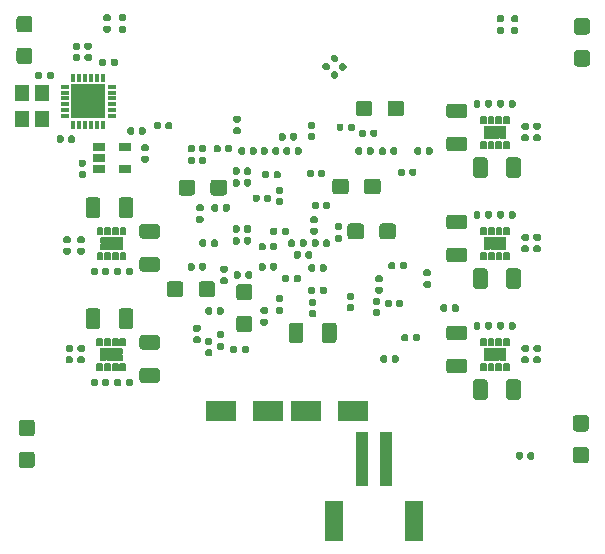
<source format=gbr>
G04 #@! TF.GenerationSoftware,KiCad,Pcbnew,5.1.6-c6e7f7d~87~ubuntu20.04.1*
G04 #@! TF.CreationDate,2020-08-09T13:50:59-07:00*
G04 #@! TF.ProjectId,artix7-pcie-v2,61727469-7837-42d7-9063-69652d76322e,rev?*
G04 #@! TF.SameCoordinates,PX69f4060PY6b00940*
G04 #@! TF.FileFunction,Paste,Bot*
G04 #@! TF.FilePolarity,Positive*
%FSLAX46Y46*%
G04 Gerber Fmt 4.6, Leading zero omitted, Abs format (unit mm)*
G04 Created by KiCad (PCBNEW 5.1.6-c6e7f7d~87~ubuntu20.04.1) date 2020-08-09 13:50:59*
%MOMM*%
%LPD*%
G01*
G04 APERTURE LIST*
%ADD10C,0.152400*%
%ADD11R,2.900000X2.900000*%
%ADD12R,0.300000X0.750000*%
%ADD13R,0.750000X0.300000*%
%ADD14R,1.905000X1.092200*%
%ADD15R,1.200000X1.400000*%
%ADD16R,2.500000X1.800000*%
%ADD17R,1.600000X3.400000*%
%ADD18R,1.000000X4.600000*%
%ADD19R,1.060000X0.650000*%
G04 APERTURE END LIST*
D10*
X47408199Y14686000D02*
X47001799Y14686000D01*
X47001799Y14686000D02*
X47001799Y15194000D01*
X47001799Y15194000D02*
X47408199Y15194000D01*
X47408199Y15194000D02*
X47408199Y14686000D01*
X46758201Y14686000D02*
X46351801Y14686000D01*
X46351801Y14686000D02*
X46351801Y15194000D01*
X46351801Y15194000D02*
X46758201Y15194000D01*
X46758201Y15194000D02*
X46758201Y14686000D01*
X46108199Y14686000D02*
X45701799Y14686000D01*
X45701799Y14686000D02*
X45701799Y15194000D01*
X45701799Y15194000D02*
X46108199Y15194000D01*
X46108199Y15194000D02*
X46108199Y14686000D01*
X45458201Y14686000D02*
X45051801Y14686000D01*
X45051801Y14686000D02*
X45051801Y15194000D01*
X45051801Y15194000D02*
X45458201Y15194000D01*
X45458201Y15194000D02*
X45458201Y14686000D01*
X45458201Y16786000D02*
X45051801Y16786000D01*
X45051801Y16786000D02*
X45051801Y17294000D01*
X45051801Y17294000D02*
X45458201Y17294000D01*
X45458201Y17294000D02*
X45458201Y16786000D01*
X46108199Y16786000D02*
X45701799Y16786000D01*
X45701799Y16786000D02*
X45701799Y17294000D01*
X45701799Y17294000D02*
X46108199Y17294000D01*
X46108199Y17294000D02*
X46108199Y16786000D01*
X46758201Y16786000D02*
X46351801Y16786000D01*
X46351801Y16786000D02*
X46351801Y17294000D01*
X46351801Y17294000D02*
X46758201Y17294000D01*
X46758201Y17294000D02*
X46758201Y16786000D01*
X47408199Y16786000D02*
X47001799Y16786000D01*
X47001799Y16786000D02*
X47001799Y17294000D01*
X47001799Y17294000D02*
X47408199Y17294000D01*
X47408199Y17294000D02*
X47408199Y16786000D01*
X47107570Y15518830D02*
X46723700Y15518830D01*
X46723700Y15518830D02*
X46723700Y15748579D01*
X46723700Y15748579D02*
X46723700Y15748579D01*
X46723700Y15748579D02*
X46865121Y15890000D01*
X46865121Y15890000D02*
X46865121Y15890000D01*
X46865121Y15890000D02*
X47107570Y15890000D01*
X47107570Y15890000D02*
X47107570Y15518830D01*
X46523700Y15518830D02*
X45936300Y15518830D01*
X45936300Y15518830D02*
X45936300Y15748579D01*
X45936300Y15748579D02*
X45936300Y15748579D01*
X45936300Y15748579D02*
X46077721Y15890000D01*
X46077721Y15890000D02*
X46077721Y15890000D01*
X46077721Y15890000D02*
X46382279Y15890000D01*
X46382279Y15890000D02*
X46382279Y15890000D01*
X46382279Y15890000D02*
X46523700Y15748579D01*
X46523700Y15748579D02*
X46523700Y15748579D01*
X46523700Y15748579D02*
X46523700Y15518830D01*
X45736300Y15518830D02*
X45352430Y15518830D01*
X45352430Y15518830D02*
X45352430Y15890000D01*
X45352430Y15890000D02*
X45594879Y15890000D01*
X45594879Y15890000D02*
X45594879Y15890000D01*
X45594879Y15890000D02*
X45736300Y15748579D01*
X45736300Y15748579D02*
X45736300Y15748579D01*
X45736300Y15748579D02*
X45736300Y15518830D01*
X47107570Y16090000D02*
X46865121Y16090000D01*
X46865121Y16090000D02*
X46865121Y16090000D01*
X46865121Y16090000D02*
X46723700Y16231421D01*
X46723700Y16231421D02*
X46723700Y16231421D01*
X46723700Y16231421D02*
X46723700Y16461170D01*
X46723700Y16461170D02*
X47107570Y16461170D01*
X47107570Y16461170D02*
X47107570Y16090000D01*
X46523700Y16231421D02*
X46523700Y16231421D01*
X46523700Y16231421D02*
X46382279Y16090000D01*
X46382279Y16090000D02*
X46382279Y16090000D01*
X46382279Y16090000D02*
X46077721Y16090000D01*
X46077721Y16090000D02*
X46077721Y16090000D01*
X46077721Y16090000D02*
X45936300Y16231421D01*
X45936300Y16231421D02*
X45936300Y16231421D01*
X45936300Y16231421D02*
X45936300Y16461170D01*
X45936300Y16461170D02*
X46523700Y16461170D01*
X46523700Y16461170D02*
X46523700Y16231421D01*
X45736300Y16231421D02*
X45736300Y16231421D01*
X45736300Y16231421D02*
X45594879Y16090000D01*
X45594879Y16090000D02*
X45594879Y16090000D01*
X45594879Y16090000D02*
X45352430Y16090000D01*
X45352430Y16090000D02*
X45352430Y16461170D01*
X45352430Y16461170D02*
X45736300Y16461170D01*
X45736300Y16461170D02*
X45736300Y16231421D01*
X12571801Y17294000D02*
X12978201Y17294000D01*
X12978201Y17294000D02*
X12978201Y16786000D01*
X12978201Y16786000D02*
X12571801Y16786000D01*
X12571801Y16786000D02*
X12571801Y17294000D01*
X13221799Y17294000D02*
X13628199Y17294000D01*
X13628199Y17294000D02*
X13628199Y16786000D01*
X13628199Y16786000D02*
X13221799Y16786000D01*
X13221799Y16786000D02*
X13221799Y17294000D01*
X13871801Y17294000D02*
X14278201Y17294000D01*
X14278201Y17294000D02*
X14278201Y16786000D01*
X14278201Y16786000D02*
X13871801Y16786000D01*
X13871801Y16786000D02*
X13871801Y17294000D01*
X14521799Y17294000D02*
X14928199Y17294000D01*
X14928199Y17294000D02*
X14928199Y16786000D01*
X14928199Y16786000D02*
X14521799Y16786000D01*
X14521799Y16786000D02*
X14521799Y17294000D01*
X14521799Y15194000D02*
X14928199Y15194000D01*
X14928199Y15194000D02*
X14928199Y14686000D01*
X14928199Y14686000D02*
X14521799Y14686000D01*
X14521799Y14686000D02*
X14521799Y15194000D01*
X13871801Y15194000D02*
X14278201Y15194000D01*
X14278201Y15194000D02*
X14278201Y14686000D01*
X14278201Y14686000D02*
X13871801Y14686000D01*
X13871801Y14686000D02*
X13871801Y15194000D01*
X13221799Y15194000D02*
X13628199Y15194000D01*
X13628199Y15194000D02*
X13628199Y14686000D01*
X13628199Y14686000D02*
X13221799Y14686000D01*
X13221799Y14686000D02*
X13221799Y15194000D01*
X12571801Y15194000D02*
X12978201Y15194000D01*
X12978201Y15194000D02*
X12978201Y14686000D01*
X12978201Y14686000D02*
X12571801Y14686000D01*
X12571801Y14686000D02*
X12571801Y15194000D01*
X12872430Y16461170D02*
X13256300Y16461170D01*
X13256300Y16461170D02*
X13256300Y16231421D01*
X13256300Y16231421D02*
X13256300Y16231421D01*
X13256300Y16231421D02*
X13114879Y16090000D01*
X13114879Y16090000D02*
X13114879Y16090000D01*
X13114879Y16090000D02*
X12872430Y16090000D01*
X12872430Y16090000D02*
X12872430Y16461170D01*
X13456300Y16461170D02*
X14043700Y16461170D01*
X14043700Y16461170D02*
X14043700Y16231421D01*
X14043700Y16231421D02*
X14043700Y16231421D01*
X14043700Y16231421D02*
X13902279Y16090000D01*
X13902279Y16090000D02*
X13902279Y16090000D01*
X13902279Y16090000D02*
X13597721Y16090000D01*
X13597721Y16090000D02*
X13597721Y16090000D01*
X13597721Y16090000D02*
X13456300Y16231421D01*
X13456300Y16231421D02*
X13456300Y16231421D01*
X13456300Y16231421D02*
X13456300Y16461170D01*
X14243700Y16461170D02*
X14627570Y16461170D01*
X14627570Y16461170D02*
X14627570Y16090000D01*
X14627570Y16090000D02*
X14385121Y16090000D01*
X14385121Y16090000D02*
X14385121Y16090000D01*
X14385121Y16090000D02*
X14243700Y16231421D01*
X14243700Y16231421D02*
X14243700Y16231421D01*
X14243700Y16231421D02*
X14243700Y16461170D01*
X12872430Y15890000D02*
X13114879Y15890000D01*
X13114879Y15890000D02*
X13114879Y15890000D01*
X13114879Y15890000D02*
X13256300Y15748579D01*
X13256300Y15748579D02*
X13256300Y15748579D01*
X13256300Y15748579D02*
X13256300Y15518830D01*
X13256300Y15518830D02*
X12872430Y15518830D01*
X12872430Y15518830D02*
X12872430Y15890000D01*
X13456300Y15748579D02*
X13456300Y15748579D01*
X13456300Y15748579D02*
X13597721Y15890000D01*
X13597721Y15890000D02*
X13597721Y15890000D01*
X13597721Y15890000D02*
X13902279Y15890000D01*
X13902279Y15890000D02*
X13902279Y15890000D01*
X13902279Y15890000D02*
X14043700Y15748579D01*
X14043700Y15748579D02*
X14043700Y15748579D01*
X14043700Y15748579D02*
X14043700Y15518830D01*
X14043700Y15518830D02*
X13456300Y15518830D01*
X13456300Y15518830D02*
X13456300Y15748579D01*
X14243700Y15748579D02*
X14243700Y15748579D01*
X14243700Y15748579D02*
X14385121Y15890000D01*
X14385121Y15890000D02*
X14385121Y15890000D01*
X14385121Y15890000D02*
X14627570Y15890000D01*
X14627570Y15890000D02*
X14627570Y15518830D01*
X14627570Y15518830D02*
X14243700Y15518830D01*
X14243700Y15518830D02*
X14243700Y15748579D01*
X47428199Y24086000D02*
X47021799Y24086000D01*
X47021799Y24086000D02*
X47021799Y24594000D01*
X47021799Y24594000D02*
X47428199Y24594000D01*
X47428199Y24594000D02*
X47428199Y24086000D01*
X46778201Y24086000D02*
X46371801Y24086000D01*
X46371801Y24086000D02*
X46371801Y24594000D01*
X46371801Y24594000D02*
X46778201Y24594000D01*
X46778201Y24594000D02*
X46778201Y24086000D01*
X46128199Y24086000D02*
X45721799Y24086000D01*
X45721799Y24086000D02*
X45721799Y24594000D01*
X45721799Y24594000D02*
X46128199Y24594000D01*
X46128199Y24594000D02*
X46128199Y24086000D01*
X45478201Y24086000D02*
X45071801Y24086000D01*
X45071801Y24086000D02*
X45071801Y24594000D01*
X45071801Y24594000D02*
X45478201Y24594000D01*
X45478201Y24594000D02*
X45478201Y24086000D01*
X45478201Y26186000D02*
X45071801Y26186000D01*
X45071801Y26186000D02*
X45071801Y26694000D01*
X45071801Y26694000D02*
X45478201Y26694000D01*
X45478201Y26694000D02*
X45478201Y26186000D01*
X46128199Y26186000D02*
X45721799Y26186000D01*
X45721799Y26186000D02*
X45721799Y26694000D01*
X45721799Y26694000D02*
X46128199Y26694000D01*
X46128199Y26694000D02*
X46128199Y26186000D01*
X46778201Y26186000D02*
X46371801Y26186000D01*
X46371801Y26186000D02*
X46371801Y26694000D01*
X46371801Y26694000D02*
X46778201Y26694000D01*
X46778201Y26694000D02*
X46778201Y26186000D01*
X47428199Y26186000D02*
X47021799Y26186000D01*
X47021799Y26186000D02*
X47021799Y26694000D01*
X47021799Y26694000D02*
X47428199Y26694000D01*
X47428199Y26694000D02*
X47428199Y26186000D01*
X47127570Y24918830D02*
X46743700Y24918830D01*
X46743700Y24918830D02*
X46743700Y25148579D01*
X46743700Y25148579D02*
X46743700Y25148579D01*
X46743700Y25148579D02*
X46885121Y25290000D01*
X46885121Y25290000D02*
X46885121Y25290000D01*
X46885121Y25290000D02*
X47127570Y25290000D01*
X47127570Y25290000D02*
X47127570Y24918830D01*
X46543700Y24918830D02*
X45956300Y24918830D01*
X45956300Y24918830D02*
X45956300Y25148579D01*
X45956300Y25148579D02*
X45956300Y25148579D01*
X45956300Y25148579D02*
X46097721Y25290000D01*
X46097721Y25290000D02*
X46097721Y25290000D01*
X46097721Y25290000D02*
X46402279Y25290000D01*
X46402279Y25290000D02*
X46402279Y25290000D01*
X46402279Y25290000D02*
X46543700Y25148579D01*
X46543700Y25148579D02*
X46543700Y25148579D01*
X46543700Y25148579D02*
X46543700Y24918830D01*
X45756300Y24918830D02*
X45372430Y24918830D01*
X45372430Y24918830D02*
X45372430Y25290000D01*
X45372430Y25290000D02*
X45614879Y25290000D01*
X45614879Y25290000D02*
X45614879Y25290000D01*
X45614879Y25290000D02*
X45756300Y25148579D01*
X45756300Y25148579D02*
X45756300Y25148579D01*
X45756300Y25148579D02*
X45756300Y24918830D01*
X47127570Y25490000D02*
X46885121Y25490000D01*
X46885121Y25490000D02*
X46885121Y25490000D01*
X46885121Y25490000D02*
X46743700Y25631421D01*
X46743700Y25631421D02*
X46743700Y25631421D01*
X46743700Y25631421D02*
X46743700Y25861170D01*
X46743700Y25861170D02*
X47127570Y25861170D01*
X47127570Y25861170D02*
X47127570Y25490000D01*
X46543700Y25631421D02*
X46543700Y25631421D01*
X46543700Y25631421D02*
X46402279Y25490000D01*
X46402279Y25490000D02*
X46402279Y25490000D01*
X46402279Y25490000D02*
X46097721Y25490000D01*
X46097721Y25490000D02*
X46097721Y25490000D01*
X46097721Y25490000D02*
X45956300Y25631421D01*
X45956300Y25631421D02*
X45956300Y25631421D01*
X45956300Y25631421D02*
X45956300Y25861170D01*
X45956300Y25861170D02*
X46543700Y25861170D01*
X46543700Y25861170D02*
X46543700Y25631421D01*
X45756300Y25631421D02*
X45756300Y25631421D01*
X45756300Y25631421D02*
X45614879Y25490000D01*
X45614879Y25490000D02*
X45614879Y25490000D01*
X45614879Y25490000D02*
X45372430Y25490000D01*
X45372430Y25490000D02*
X45372430Y25861170D01*
X45372430Y25861170D02*
X45756300Y25861170D01*
X45756300Y25861170D02*
X45756300Y25631421D01*
X47408199Y33486000D02*
X47001799Y33486000D01*
X47001799Y33486000D02*
X47001799Y33994000D01*
X47001799Y33994000D02*
X47408199Y33994000D01*
X47408199Y33994000D02*
X47408199Y33486000D01*
X46758201Y33486000D02*
X46351801Y33486000D01*
X46351801Y33486000D02*
X46351801Y33994000D01*
X46351801Y33994000D02*
X46758201Y33994000D01*
X46758201Y33994000D02*
X46758201Y33486000D01*
X46108199Y33486000D02*
X45701799Y33486000D01*
X45701799Y33486000D02*
X45701799Y33994000D01*
X45701799Y33994000D02*
X46108199Y33994000D01*
X46108199Y33994000D02*
X46108199Y33486000D01*
X45458201Y33486000D02*
X45051801Y33486000D01*
X45051801Y33486000D02*
X45051801Y33994000D01*
X45051801Y33994000D02*
X45458201Y33994000D01*
X45458201Y33994000D02*
X45458201Y33486000D01*
X45458201Y35586000D02*
X45051801Y35586000D01*
X45051801Y35586000D02*
X45051801Y36094000D01*
X45051801Y36094000D02*
X45458201Y36094000D01*
X45458201Y36094000D02*
X45458201Y35586000D01*
X46108199Y35586000D02*
X45701799Y35586000D01*
X45701799Y35586000D02*
X45701799Y36094000D01*
X45701799Y36094000D02*
X46108199Y36094000D01*
X46108199Y36094000D02*
X46108199Y35586000D01*
X46758201Y35586000D02*
X46351801Y35586000D01*
X46351801Y35586000D02*
X46351801Y36094000D01*
X46351801Y36094000D02*
X46758201Y36094000D01*
X46758201Y36094000D02*
X46758201Y35586000D01*
X47408199Y35586000D02*
X47001799Y35586000D01*
X47001799Y35586000D02*
X47001799Y36094000D01*
X47001799Y36094000D02*
X47408199Y36094000D01*
X47408199Y36094000D02*
X47408199Y35586000D01*
X47107570Y34318830D02*
X46723700Y34318830D01*
X46723700Y34318830D02*
X46723700Y34548579D01*
X46723700Y34548579D02*
X46723700Y34548579D01*
X46723700Y34548579D02*
X46865121Y34690000D01*
X46865121Y34690000D02*
X46865121Y34690000D01*
X46865121Y34690000D02*
X47107570Y34690000D01*
X47107570Y34690000D02*
X47107570Y34318830D01*
X46523700Y34318830D02*
X45936300Y34318830D01*
X45936300Y34318830D02*
X45936300Y34548579D01*
X45936300Y34548579D02*
X45936300Y34548579D01*
X45936300Y34548579D02*
X46077721Y34690000D01*
X46077721Y34690000D02*
X46077721Y34690000D01*
X46077721Y34690000D02*
X46382279Y34690000D01*
X46382279Y34690000D02*
X46382279Y34690000D01*
X46382279Y34690000D02*
X46523700Y34548579D01*
X46523700Y34548579D02*
X46523700Y34548579D01*
X46523700Y34548579D02*
X46523700Y34318830D01*
X45736300Y34318830D02*
X45352430Y34318830D01*
X45352430Y34318830D02*
X45352430Y34690000D01*
X45352430Y34690000D02*
X45594879Y34690000D01*
X45594879Y34690000D02*
X45594879Y34690000D01*
X45594879Y34690000D02*
X45736300Y34548579D01*
X45736300Y34548579D02*
X45736300Y34548579D01*
X45736300Y34548579D02*
X45736300Y34318830D01*
X47107570Y34890000D02*
X46865121Y34890000D01*
X46865121Y34890000D02*
X46865121Y34890000D01*
X46865121Y34890000D02*
X46723700Y35031421D01*
X46723700Y35031421D02*
X46723700Y35031421D01*
X46723700Y35031421D02*
X46723700Y35261170D01*
X46723700Y35261170D02*
X47107570Y35261170D01*
X47107570Y35261170D02*
X47107570Y34890000D01*
X46523700Y35031421D02*
X46523700Y35031421D01*
X46523700Y35031421D02*
X46382279Y34890000D01*
X46382279Y34890000D02*
X46382279Y34890000D01*
X46382279Y34890000D02*
X46077721Y34890000D01*
X46077721Y34890000D02*
X46077721Y34890000D01*
X46077721Y34890000D02*
X45936300Y35031421D01*
X45936300Y35031421D02*
X45936300Y35031421D01*
X45936300Y35031421D02*
X45936300Y35261170D01*
X45936300Y35261170D02*
X46523700Y35261170D01*
X46523700Y35261170D02*
X46523700Y35031421D01*
X45736300Y35031421D02*
X45736300Y35031421D01*
X45736300Y35031421D02*
X45594879Y34890000D01*
X45594879Y34890000D02*
X45594879Y34890000D01*
X45594879Y34890000D02*
X45352430Y34890000D01*
X45352430Y34890000D02*
X45352430Y35261170D01*
X45352430Y35261170D02*
X45736300Y35261170D01*
X45736300Y35261170D02*
X45736300Y35031421D01*
X12591801Y26694000D02*
X12998201Y26694000D01*
X12998201Y26694000D02*
X12998201Y26186000D01*
X12998201Y26186000D02*
X12591801Y26186000D01*
X12591801Y26186000D02*
X12591801Y26694000D01*
X13241799Y26694000D02*
X13648199Y26694000D01*
X13648199Y26694000D02*
X13648199Y26186000D01*
X13648199Y26186000D02*
X13241799Y26186000D01*
X13241799Y26186000D02*
X13241799Y26694000D01*
X13891801Y26694000D02*
X14298201Y26694000D01*
X14298201Y26694000D02*
X14298201Y26186000D01*
X14298201Y26186000D02*
X13891801Y26186000D01*
X13891801Y26186000D02*
X13891801Y26694000D01*
X14541799Y26694000D02*
X14948199Y26694000D01*
X14948199Y26694000D02*
X14948199Y26186000D01*
X14948199Y26186000D02*
X14541799Y26186000D01*
X14541799Y26186000D02*
X14541799Y26694000D01*
X14541799Y24594000D02*
X14948199Y24594000D01*
X14948199Y24594000D02*
X14948199Y24086000D01*
X14948199Y24086000D02*
X14541799Y24086000D01*
X14541799Y24086000D02*
X14541799Y24594000D01*
X13891801Y24594000D02*
X14298201Y24594000D01*
X14298201Y24594000D02*
X14298201Y24086000D01*
X14298201Y24086000D02*
X13891801Y24086000D01*
X13891801Y24086000D02*
X13891801Y24594000D01*
X13241799Y24594000D02*
X13648199Y24594000D01*
X13648199Y24594000D02*
X13648199Y24086000D01*
X13648199Y24086000D02*
X13241799Y24086000D01*
X13241799Y24086000D02*
X13241799Y24594000D01*
X12591801Y24594000D02*
X12998201Y24594000D01*
X12998201Y24594000D02*
X12998201Y24086000D01*
X12998201Y24086000D02*
X12591801Y24086000D01*
X12591801Y24086000D02*
X12591801Y24594000D01*
X12892430Y25861170D02*
X13276300Y25861170D01*
X13276300Y25861170D02*
X13276300Y25631421D01*
X13276300Y25631421D02*
X13276300Y25631421D01*
X13276300Y25631421D02*
X13134879Y25490000D01*
X13134879Y25490000D02*
X13134879Y25490000D01*
X13134879Y25490000D02*
X12892430Y25490000D01*
X12892430Y25490000D02*
X12892430Y25861170D01*
X13476300Y25861170D02*
X14063700Y25861170D01*
X14063700Y25861170D02*
X14063700Y25631421D01*
X14063700Y25631421D02*
X14063700Y25631421D01*
X14063700Y25631421D02*
X13922279Y25490000D01*
X13922279Y25490000D02*
X13922279Y25490000D01*
X13922279Y25490000D02*
X13617721Y25490000D01*
X13617721Y25490000D02*
X13617721Y25490000D01*
X13617721Y25490000D02*
X13476300Y25631421D01*
X13476300Y25631421D02*
X13476300Y25631421D01*
X13476300Y25631421D02*
X13476300Y25861170D01*
X14263700Y25861170D02*
X14647570Y25861170D01*
X14647570Y25861170D02*
X14647570Y25490000D01*
X14647570Y25490000D02*
X14405121Y25490000D01*
X14405121Y25490000D02*
X14405121Y25490000D01*
X14405121Y25490000D02*
X14263700Y25631421D01*
X14263700Y25631421D02*
X14263700Y25631421D01*
X14263700Y25631421D02*
X14263700Y25861170D01*
X12892430Y25290000D02*
X13134879Y25290000D01*
X13134879Y25290000D02*
X13134879Y25290000D01*
X13134879Y25290000D02*
X13276300Y25148579D01*
X13276300Y25148579D02*
X13276300Y25148579D01*
X13276300Y25148579D02*
X13276300Y24918830D01*
X13276300Y24918830D02*
X12892430Y24918830D01*
X12892430Y24918830D02*
X12892430Y25290000D01*
X13476300Y25148579D02*
X13476300Y25148579D01*
X13476300Y25148579D02*
X13617721Y25290000D01*
X13617721Y25290000D02*
X13617721Y25290000D01*
X13617721Y25290000D02*
X13922279Y25290000D01*
X13922279Y25290000D02*
X13922279Y25290000D01*
X13922279Y25290000D02*
X14063700Y25148579D01*
X14063700Y25148579D02*
X14063700Y25148579D01*
X14063700Y25148579D02*
X14063700Y24918830D01*
X14063700Y24918830D02*
X13476300Y24918830D01*
X13476300Y24918830D02*
X13476300Y25148579D01*
X14263700Y25148579D02*
X14263700Y25148579D01*
X14263700Y25148579D02*
X14405121Y25290000D01*
X14405121Y25290000D02*
X14405121Y25290000D01*
X14405121Y25290000D02*
X14647570Y25290000D01*
X14647570Y25290000D02*
X14647570Y24918830D01*
X14647570Y24918830D02*
X14263700Y24918830D01*
X14263700Y24918830D02*
X14263700Y25148579D01*
G36*
G01*
X47727500Y43700000D02*
X48072500Y43700000D01*
G75*
G02*
X48220000Y43552500I0J-147500D01*
G01*
X48220000Y43257500D01*
G75*
G02*
X48072500Y43110000I-147500J0D01*
G01*
X47727500Y43110000D01*
G75*
G02*
X47580000Y43257500I0J147500D01*
G01*
X47580000Y43552500D01*
G75*
G02*
X47727500Y43700000I147500J0D01*
G01*
G37*
G36*
G01*
X47727500Y44670000D02*
X48072500Y44670000D01*
G75*
G02*
X48220000Y44522500I0J-147500D01*
G01*
X48220000Y44227500D01*
G75*
G02*
X48072500Y44080000I-147500J0D01*
G01*
X47727500Y44080000D01*
G75*
G02*
X47580000Y44227500I0J147500D01*
G01*
X47580000Y44522500D01*
G75*
G02*
X47727500Y44670000I147500J0D01*
G01*
G37*
G36*
G01*
X14527500Y43800000D02*
X14872500Y43800000D01*
G75*
G02*
X15020000Y43652500I0J-147500D01*
G01*
X15020000Y43357500D01*
G75*
G02*
X14872500Y43210000I-147500J0D01*
G01*
X14527500Y43210000D01*
G75*
G02*
X14380000Y43357500I0J147500D01*
G01*
X14380000Y43652500D01*
G75*
G02*
X14527500Y43800000I147500J0D01*
G01*
G37*
G36*
G01*
X14527500Y44770000D02*
X14872500Y44770000D01*
G75*
G02*
X15020000Y44622500I0J-147500D01*
G01*
X15020000Y44327500D01*
G75*
G02*
X14872500Y44180000I-147500J0D01*
G01*
X14527500Y44180000D01*
G75*
G02*
X14380000Y44327500I0J147500D01*
G01*
X14380000Y44622500D01*
G75*
G02*
X14527500Y44770000I147500J0D01*
G01*
G37*
G36*
G01*
X20850000Y30515001D02*
X20850000Y29664999D01*
G75*
G02*
X20600001Y29415000I-249999J0D01*
G01*
X19699999Y29415000D01*
G75*
G02*
X19450000Y29664999I0J249999D01*
G01*
X19450000Y30515001D01*
G75*
G02*
X19699999Y30765000I249999J0D01*
G01*
X20600001Y30765000D01*
G75*
G02*
X20850000Y30515001I0J-249999D01*
G01*
G37*
G36*
G01*
X23550000Y30515001D02*
X23550000Y29664999D01*
G75*
G02*
X23300001Y29415000I-249999J0D01*
G01*
X22399999Y29415000D01*
G75*
G02*
X22150000Y29664999I0J249999D01*
G01*
X22150000Y30515001D01*
G75*
G02*
X22399999Y30765000I249999J0D01*
G01*
X23300001Y30765000D01*
G75*
G02*
X23550000Y30515001I0J-249999D01*
G01*
G37*
G36*
G01*
X21150000Y21064999D02*
X21150000Y21915001D01*
G75*
G02*
X21399999Y22165000I249999J0D01*
G01*
X22300001Y22165000D01*
G75*
G02*
X22550000Y21915001I0J-249999D01*
G01*
X22550000Y21064999D01*
G75*
G02*
X22300001Y20815000I-249999J0D01*
G01*
X21399999Y20815000D01*
G75*
G02*
X21150000Y21064999I0J249999D01*
G01*
G37*
G36*
G01*
X18450000Y21064999D02*
X18450000Y21915001D01*
G75*
G02*
X18699999Y22165000I249999J0D01*
G01*
X19600001Y22165000D01*
G75*
G02*
X19850000Y21915001I0J-249999D01*
G01*
X19850000Y21064999D01*
G75*
G02*
X19600001Y20815000I-249999J0D01*
G01*
X18699999Y20815000D01*
G75*
G02*
X18450000Y21064999I0J249999D01*
G01*
G37*
G36*
G01*
X37150000Y36364999D02*
X37150000Y37215001D01*
G75*
G02*
X37399999Y37465000I249999J0D01*
G01*
X38300001Y37465000D01*
G75*
G02*
X38550000Y37215001I0J-249999D01*
G01*
X38550000Y36364999D01*
G75*
G02*
X38300001Y36115000I-249999J0D01*
G01*
X37399999Y36115000D01*
G75*
G02*
X37150000Y36364999I0J249999D01*
G01*
G37*
G36*
G01*
X34450000Y36364999D02*
X34450000Y37215001D01*
G75*
G02*
X34699999Y37465000I249999J0D01*
G01*
X35600001Y37465000D01*
G75*
G02*
X35850000Y37215001I0J-249999D01*
G01*
X35850000Y36364999D01*
G75*
G02*
X35600001Y36115000I-249999J0D01*
G01*
X34699999Y36115000D01*
G75*
G02*
X34450000Y36364999I0J249999D01*
G01*
G37*
G36*
G01*
X54025001Y43040000D02*
X53174999Y43040000D01*
G75*
G02*
X52925000Y43289999I0J249999D01*
G01*
X52925000Y44190001D01*
G75*
G02*
X53174999Y44440000I249999J0D01*
G01*
X54025001Y44440000D01*
G75*
G02*
X54275000Y44190001I0J-249999D01*
G01*
X54275000Y43289999D01*
G75*
G02*
X54025001Y43040000I-249999J0D01*
G01*
G37*
G36*
G01*
X54025001Y40340000D02*
X53174999Y40340000D01*
G75*
G02*
X52925000Y40589999I0J249999D01*
G01*
X52925000Y41490001D01*
G75*
G02*
X53174999Y41740000I249999J0D01*
G01*
X54025001Y41740000D01*
G75*
G02*
X54275000Y41490001I0J-249999D01*
G01*
X54275000Y40589999D01*
G75*
G02*
X54025001Y40340000I-249999J0D01*
G01*
G37*
G36*
G01*
X53074999Y8140000D02*
X53925001Y8140000D01*
G75*
G02*
X54175000Y7890001I0J-249999D01*
G01*
X54175000Y6989999D01*
G75*
G02*
X53925001Y6740000I-249999J0D01*
G01*
X53074999Y6740000D01*
G75*
G02*
X52825000Y6989999I0J249999D01*
G01*
X52825000Y7890001D01*
G75*
G02*
X53074999Y8140000I249999J0D01*
G01*
G37*
G36*
G01*
X53074999Y10840000D02*
X53925001Y10840000D01*
G75*
G02*
X54175000Y10590001I0J-249999D01*
G01*
X54175000Y9689999D01*
G75*
G02*
X53925001Y9440000I-249999J0D01*
G01*
X53074999Y9440000D01*
G75*
G02*
X52825000Y9689999I0J249999D01*
G01*
X52825000Y10590001D01*
G75*
G02*
X53074999Y10840000I249999J0D01*
G01*
G37*
G36*
G01*
X36450000Y25964999D02*
X36450000Y26815001D01*
G75*
G02*
X36699999Y27065000I249999J0D01*
G01*
X37600001Y27065000D01*
G75*
G02*
X37850000Y26815001I0J-249999D01*
G01*
X37850000Y25964999D01*
G75*
G02*
X37600001Y25715000I-249999J0D01*
G01*
X36699999Y25715000D01*
G75*
G02*
X36450000Y25964999I0J249999D01*
G01*
G37*
G36*
G01*
X33750000Y25964999D02*
X33750000Y26815001D01*
G75*
G02*
X33999999Y27065000I249999J0D01*
G01*
X34900001Y27065000D01*
G75*
G02*
X35150000Y26815001I0J-249999D01*
G01*
X35150000Y25964999D01*
G75*
G02*
X34900001Y25715000I-249999J0D01*
G01*
X33999999Y25715000D01*
G75*
G02*
X33750000Y25964999I0J249999D01*
G01*
G37*
G36*
G01*
X24574999Y19240000D02*
X25425001Y19240000D01*
G75*
G02*
X25675000Y18990001I0J-249999D01*
G01*
X25675000Y18089999D01*
G75*
G02*
X25425001Y17840000I-249999J0D01*
G01*
X24574999Y17840000D01*
G75*
G02*
X24325000Y18089999I0J249999D01*
G01*
X24325000Y18990001D01*
G75*
G02*
X24574999Y19240000I249999J0D01*
G01*
G37*
G36*
G01*
X24574999Y21940000D02*
X25425001Y21940000D01*
G75*
G02*
X25675000Y21690001I0J-249999D01*
G01*
X25675000Y20789999D01*
G75*
G02*
X25425001Y20540000I-249999J0D01*
G01*
X24574999Y20540000D01*
G75*
G02*
X24325000Y20789999I0J249999D01*
G01*
X24325000Y21690001D01*
G75*
G02*
X24574999Y21940000I249999J0D01*
G01*
G37*
G36*
G01*
X35150000Y29764999D02*
X35150000Y30615001D01*
G75*
G02*
X35399999Y30865000I249999J0D01*
G01*
X36300001Y30865000D01*
G75*
G02*
X36550000Y30615001I0J-249999D01*
G01*
X36550000Y29764999D01*
G75*
G02*
X36300001Y29515000I-249999J0D01*
G01*
X35399999Y29515000D01*
G75*
G02*
X35150000Y29764999I0J249999D01*
G01*
G37*
G36*
G01*
X32450000Y29764999D02*
X32450000Y30615001D01*
G75*
G02*
X32699999Y30865000I249999J0D01*
G01*
X33600001Y30865000D01*
G75*
G02*
X33850000Y30615001I0J-249999D01*
G01*
X33850000Y29764999D01*
G75*
G02*
X33600001Y29515000I-249999J0D01*
G01*
X32699999Y29515000D01*
G75*
G02*
X32450000Y29764999I0J249999D01*
G01*
G37*
G36*
G01*
X5974999Y41940000D02*
X6825001Y41940000D01*
G75*
G02*
X7075000Y41690001I0J-249999D01*
G01*
X7075000Y40789999D01*
G75*
G02*
X6825001Y40540000I-249999J0D01*
G01*
X5974999Y40540000D01*
G75*
G02*
X5725000Y40789999I0J249999D01*
G01*
X5725000Y41690001D01*
G75*
G02*
X5974999Y41940000I249999J0D01*
G01*
G37*
G36*
G01*
X5974999Y44640000D02*
X6825001Y44640000D01*
G75*
G02*
X7075000Y44390001I0J-249999D01*
G01*
X7075000Y43489999D01*
G75*
G02*
X6825001Y43240000I-249999J0D01*
G01*
X5974999Y43240000D01*
G75*
G02*
X5725000Y43489999I0J249999D01*
G01*
X5725000Y44390001D01*
G75*
G02*
X5974999Y44640000I249999J0D01*
G01*
G37*
G36*
G01*
X7025001Y9040000D02*
X6174999Y9040000D01*
G75*
G02*
X5925000Y9289999I0J249999D01*
G01*
X5925000Y10190001D01*
G75*
G02*
X6174999Y10440000I249999J0D01*
G01*
X7025001Y10440000D01*
G75*
G02*
X7275000Y10190001I0J-249999D01*
G01*
X7275000Y9289999D01*
G75*
G02*
X7025001Y9040000I-249999J0D01*
G01*
G37*
G36*
G01*
X7025001Y6340000D02*
X6174999Y6340000D01*
G75*
G02*
X5925000Y6589999I0J249999D01*
G01*
X5925000Y7490001D01*
G75*
G02*
X6174999Y7740000I249999J0D01*
G01*
X7025001Y7740000D01*
G75*
G02*
X7275000Y7490001I0J-249999D01*
G01*
X7275000Y6589999D01*
G75*
G02*
X7025001Y6340000I-249999J0D01*
G01*
G37*
G36*
G01*
X37510000Y15417500D02*
X37510000Y15762500D01*
G75*
G02*
X37657500Y15910000I147500J0D01*
G01*
X37952500Y15910000D01*
G75*
G02*
X38100000Y15762500I0J-147500D01*
G01*
X38100000Y15417500D01*
G75*
G02*
X37952500Y15270000I-147500J0D01*
G01*
X37657500Y15270000D01*
G75*
G02*
X37510000Y15417500I0J147500D01*
G01*
G37*
G36*
G01*
X36540000Y15417500D02*
X36540000Y15762500D01*
G75*
G02*
X36687500Y15910000I147500J0D01*
G01*
X36982500Y15910000D01*
G75*
G02*
X37130000Y15762500I0J-147500D01*
G01*
X37130000Y15417500D01*
G75*
G02*
X36982500Y15270000I-147500J0D01*
G01*
X36687500Y15270000D01*
G75*
G02*
X36540000Y15417500I0J147500D01*
G01*
G37*
G36*
G01*
X48990000Y7217500D02*
X48990000Y7562500D01*
G75*
G02*
X49137500Y7710000I147500J0D01*
G01*
X49432500Y7710000D01*
G75*
G02*
X49580000Y7562500I0J-147500D01*
G01*
X49580000Y7217500D01*
G75*
G02*
X49432500Y7070000I-147500J0D01*
G01*
X49137500Y7070000D01*
G75*
G02*
X48990000Y7217500I0J147500D01*
G01*
G37*
G36*
G01*
X48020000Y7217500D02*
X48020000Y7562500D01*
G75*
G02*
X48167500Y7710000I147500J0D01*
G01*
X48462500Y7710000D01*
G75*
G02*
X48610000Y7562500I0J-147500D01*
G01*
X48610000Y7217500D01*
G75*
G02*
X48462500Y7070000I-147500J0D01*
G01*
X48167500Y7070000D01*
G75*
G02*
X48020000Y7217500I0J147500D01*
G01*
G37*
G36*
G01*
X45010000Y18562500D02*
X45010000Y18217500D01*
G75*
G02*
X44862500Y18070000I-147500J0D01*
G01*
X44567500Y18070000D01*
G75*
G02*
X44420000Y18217500I0J147500D01*
G01*
X44420000Y18562500D01*
G75*
G02*
X44567500Y18710000I147500J0D01*
G01*
X44862500Y18710000D01*
G75*
G02*
X45010000Y18562500I0J-147500D01*
G01*
G37*
G36*
G01*
X45980000Y18562500D02*
X45980000Y18217500D01*
G75*
G02*
X45832500Y18070000I-147500J0D01*
G01*
X45537500Y18070000D01*
G75*
G02*
X45390000Y18217500I0J147500D01*
G01*
X45390000Y18562500D01*
G75*
G02*
X45537500Y18710000I147500J0D01*
G01*
X45832500Y18710000D01*
G75*
G02*
X45980000Y18562500I0J-147500D01*
G01*
G37*
G36*
G01*
X47390000Y18217500D02*
X47390000Y18562500D01*
G75*
G02*
X47537500Y18710000I147500J0D01*
G01*
X47832500Y18710000D01*
G75*
G02*
X47980000Y18562500I0J-147500D01*
G01*
X47980000Y18217500D01*
G75*
G02*
X47832500Y18070000I-147500J0D01*
G01*
X47537500Y18070000D01*
G75*
G02*
X47390000Y18217500I0J147500D01*
G01*
G37*
G36*
G01*
X46420000Y18217500D02*
X46420000Y18562500D01*
G75*
G02*
X46567500Y18710000I147500J0D01*
G01*
X46862500Y18710000D01*
G75*
G02*
X47010000Y18562500I0J-147500D01*
G01*
X47010000Y18217500D01*
G75*
G02*
X46862500Y18070000I-147500J0D01*
G01*
X46567500Y18070000D01*
G75*
G02*
X46420000Y18217500I0J147500D01*
G01*
G37*
G36*
G01*
X36372500Y20180000D02*
X36027500Y20180000D01*
G75*
G02*
X35880000Y20327500I0J147500D01*
G01*
X35880000Y20622500D01*
G75*
G02*
X36027500Y20770000I147500J0D01*
G01*
X36372500Y20770000D01*
G75*
G02*
X36520000Y20622500I0J-147500D01*
G01*
X36520000Y20327500D01*
G75*
G02*
X36372500Y20180000I-147500J0D01*
G01*
G37*
G36*
G01*
X36372500Y19210000D02*
X36027500Y19210000D01*
G75*
G02*
X35880000Y19357500I0J147500D01*
G01*
X35880000Y19652500D01*
G75*
G02*
X36027500Y19800000I147500J0D01*
G01*
X36372500Y19800000D01*
G75*
G02*
X36520000Y19652500I0J-147500D01*
G01*
X36520000Y19357500D01*
G75*
G02*
X36372500Y19210000I-147500J0D01*
G01*
G37*
G36*
G01*
X49972500Y16180000D02*
X49627500Y16180000D01*
G75*
G02*
X49480000Y16327500I0J147500D01*
G01*
X49480000Y16622500D01*
G75*
G02*
X49627500Y16770000I147500J0D01*
G01*
X49972500Y16770000D01*
G75*
G02*
X50120000Y16622500I0J-147500D01*
G01*
X50120000Y16327500D01*
G75*
G02*
X49972500Y16180000I-147500J0D01*
G01*
G37*
G36*
G01*
X49972500Y15210000D02*
X49627500Y15210000D01*
G75*
G02*
X49480000Y15357500I0J147500D01*
G01*
X49480000Y15652500D01*
G75*
G02*
X49627500Y15800000I147500J0D01*
G01*
X49972500Y15800000D01*
G75*
G02*
X50120000Y15652500I0J-147500D01*
G01*
X50120000Y15357500D01*
G75*
G02*
X49972500Y15210000I-147500J0D01*
G01*
G37*
G36*
G01*
X14990000Y13417500D02*
X14990000Y13762500D01*
G75*
G02*
X15137500Y13910000I147500J0D01*
G01*
X15432500Y13910000D01*
G75*
G02*
X15580000Y13762500I0J-147500D01*
G01*
X15580000Y13417500D01*
G75*
G02*
X15432500Y13270000I-147500J0D01*
G01*
X15137500Y13270000D01*
G75*
G02*
X14990000Y13417500I0J147500D01*
G01*
G37*
G36*
G01*
X14020000Y13417500D02*
X14020000Y13762500D01*
G75*
G02*
X14167500Y13910000I147500J0D01*
G01*
X14462500Y13910000D01*
G75*
G02*
X14610000Y13762500I0J-147500D01*
G01*
X14610000Y13417500D01*
G75*
G02*
X14462500Y13270000I-147500J0D01*
G01*
X14167500Y13270000D01*
G75*
G02*
X14020000Y13417500I0J147500D01*
G01*
G37*
G36*
G01*
X45010000Y27962500D02*
X45010000Y27617500D01*
G75*
G02*
X44862500Y27470000I-147500J0D01*
G01*
X44567500Y27470000D01*
G75*
G02*
X44420000Y27617500I0J147500D01*
G01*
X44420000Y27962500D01*
G75*
G02*
X44567500Y28110000I147500J0D01*
G01*
X44862500Y28110000D01*
G75*
G02*
X45010000Y27962500I0J-147500D01*
G01*
G37*
G36*
G01*
X45980000Y27962500D02*
X45980000Y27617500D01*
G75*
G02*
X45832500Y27470000I-147500J0D01*
G01*
X45537500Y27470000D01*
G75*
G02*
X45390000Y27617500I0J147500D01*
G01*
X45390000Y27962500D01*
G75*
G02*
X45537500Y28110000I147500J0D01*
G01*
X45832500Y28110000D01*
G75*
G02*
X45980000Y27962500I0J-147500D01*
G01*
G37*
G36*
G01*
X38190000Y23317500D02*
X38190000Y23662500D01*
G75*
G02*
X38337500Y23810000I147500J0D01*
G01*
X38632500Y23810000D01*
G75*
G02*
X38780000Y23662500I0J-147500D01*
G01*
X38780000Y23317500D01*
G75*
G02*
X38632500Y23170000I-147500J0D01*
G01*
X38337500Y23170000D01*
G75*
G02*
X38190000Y23317500I0J147500D01*
G01*
G37*
G36*
G01*
X37220000Y23317500D02*
X37220000Y23662500D01*
G75*
G02*
X37367500Y23810000I147500J0D01*
G01*
X37662500Y23810000D01*
G75*
G02*
X37810000Y23662500I0J-147500D01*
G01*
X37810000Y23317500D01*
G75*
G02*
X37662500Y23170000I-147500J0D01*
G01*
X37367500Y23170000D01*
G75*
G02*
X37220000Y23317500I0J147500D01*
G01*
G37*
G36*
G01*
X18340000Y35167500D02*
X18340000Y35512500D01*
G75*
G02*
X18487500Y35660000I147500J0D01*
G01*
X18782500Y35660000D01*
G75*
G02*
X18930000Y35512500I0J-147500D01*
G01*
X18930000Y35167500D01*
G75*
G02*
X18782500Y35020000I-147500J0D01*
G01*
X18487500Y35020000D01*
G75*
G02*
X18340000Y35167500I0J147500D01*
G01*
G37*
G36*
G01*
X17370000Y35167500D02*
X17370000Y35512500D01*
G75*
G02*
X17517500Y35660000I147500J0D01*
G01*
X17812500Y35660000D01*
G75*
G02*
X17960000Y35512500I0J-147500D01*
G01*
X17960000Y35167500D01*
G75*
G02*
X17812500Y35020000I-147500J0D01*
G01*
X17517500Y35020000D01*
G75*
G02*
X17370000Y35167500I0J147500D01*
G01*
G37*
G36*
G01*
X46527500Y43700000D02*
X46872500Y43700000D01*
G75*
G02*
X47020000Y43552500I0J-147500D01*
G01*
X47020000Y43257500D01*
G75*
G02*
X46872500Y43110000I-147500J0D01*
G01*
X46527500Y43110000D01*
G75*
G02*
X46380000Y43257500I0J147500D01*
G01*
X46380000Y43552500D01*
G75*
G02*
X46527500Y43700000I147500J0D01*
G01*
G37*
G36*
G01*
X46527500Y44670000D02*
X46872500Y44670000D01*
G75*
G02*
X47020000Y44522500I0J-147500D01*
G01*
X47020000Y44227500D01*
G75*
G02*
X46872500Y44080000I-147500J0D01*
G01*
X46527500Y44080000D01*
G75*
G02*
X46380000Y44227500I0J147500D01*
G01*
X46380000Y44522500D01*
G75*
G02*
X46527500Y44670000I147500J0D01*
G01*
G37*
G36*
G01*
X13227500Y43800000D02*
X13572500Y43800000D01*
G75*
G02*
X13720000Y43652500I0J-147500D01*
G01*
X13720000Y43357500D01*
G75*
G02*
X13572500Y43210000I-147500J0D01*
G01*
X13227500Y43210000D01*
G75*
G02*
X13080000Y43357500I0J147500D01*
G01*
X13080000Y43652500D01*
G75*
G02*
X13227500Y43800000I147500J0D01*
G01*
G37*
G36*
G01*
X13227500Y44770000D02*
X13572500Y44770000D01*
G75*
G02*
X13720000Y44622500I0J-147500D01*
G01*
X13720000Y44327500D01*
G75*
G02*
X13572500Y44180000I-147500J0D01*
G01*
X13227500Y44180000D01*
G75*
G02*
X13080000Y44327500I0J147500D01*
G01*
X13080000Y44622500D01*
G75*
G02*
X13227500Y44770000I147500J0D01*
G01*
G37*
G36*
G01*
X12610000Y13762500D02*
X12610000Y13417500D01*
G75*
G02*
X12462500Y13270000I-147500J0D01*
G01*
X12167500Y13270000D01*
G75*
G02*
X12020000Y13417500I0J147500D01*
G01*
X12020000Y13762500D01*
G75*
G02*
X12167500Y13910000I147500J0D01*
G01*
X12462500Y13910000D01*
G75*
G02*
X12610000Y13762500I0J-147500D01*
G01*
G37*
G36*
G01*
X13580000Y13762500D02*
X13580000Y13417500D01*
G75*
G02*
X13432500Y13270000I-147500J0D01*
G01*
X13137500Y13270000D01*
G75*
G02*
X12990000Y13417500I0J147500D01*
G01*
X12990000Y13762500D01*
G75*
G02*
X13137500Y13910000I147500J0D01*
G01*
X13432500Y13910000D01*
G75*
G02*
X13580000Y13762500I0J-147500D01*
G01*
G37*
G36*
G01*
X10027500Y15800000D02*
X10372500Y15800000D01*
G75*
G02*
X10520000Y15652500I0J-147500D01*
G01*
X10520000Y15357500D01*
G75*
G02*
X10372500Y15210000I-147500J0D01*
G01*
X10027500Y15210000D01*
G75*
G02*
X9880000Y15357500I0J147500D01*
G01*
X9880000Y15652500D01*
G75*
G02*
X10027500Y15800000I147500J0D01*
G01*
G37*
G36*
G01*
X10027500Y16770000D02*
X10372500Y16770000D01*
G75*
G02*
X10520000Y16622500I0J-147500D01*
G01*
X10520000Y16327500D01*
G75*
G02*
X10372500Y16180000I-147500J0D01*
G01*
X10027500Y16180000D01*
G75*
G02*
X9880000Y16327500I0J147500D01*
G01*
X9880000Y16622500D01*
G75*
G02*
X10027500Y16770000I147500J0D01*
G01*
G37*
G36*
G01*
X47390000Y27617500D02*
X47390000Y27962500D01*
G75*
G02*
X47537500Y28110000I147500J0D01*
G01*
X47832500Y28110000D01*
G75*
G02*
X47980000Y27962500I0J-147500D01*
G01*
X47980000Y27617500D01*
G75*
G02*
X47832500Y27470000I-147500J0D01*
G01*
X47537500Y27470000D01*
G75*
G02*
X47390000Y27617500I0J147500D01*
G01*
G37*
G36*
G01*
X46420000Y27617500D02*
X46420000Y27962500D01*
G75*
G02*
X46567500Y28110000I147500J0D01*
G01*
X46862500Y28110000D01*
G75*
G02*
X47010000Y27962500I0J-147500D01*
G01*
X47010000Y27617500D01*
G75*
G02*
X46862500Y27470000I-147500J0D01*
G01*
X46567500Y27470000D01*
G75*
G02*
X46420000Y27617500I0J147500D01*
G01*
G37*
G36*
G01*
X49972500Y25580000D02*
X49627500Y25580000D01*
G75*
G02*
X49480000Y25727500I0J147500D01*
G01*
X49480000Y26022500D01*
G75*
G02*
X49627500Y26170000I147500J0D01*
G01*
X49972500Y26170000D01*
G75*
G02*
X50120000Y26022500I0J-147500D01*
G01*
X50120000Y25727500D01*
G75*
G02*
X49972500Y25580000I-147500J0D01*
G01*
G37*
G36*
G01*
X49972500Y24610000D02*
X49627500Y24610000D01*
G75*
G02*
X49480000Y24757500I0J147500D01*
G01*
X49480000Y25052500D01*
G75*
G02*
X49627500Y25200000I147500J0D01*
G01*
X49972500Y25200000D01*
G75*
G02*
X50120000Y25052500I0J-147500D01*
G01*
X50120000Y24757500D01*
G75*
G02*
X49972500Y24610000I-147500J0D01*
G01*
G37*
G36*
G01*
X45010000Y37362500D02*
X45010000Y37017500D01*
G75*
G02*
X44862500Y36870000I-147500J0D01*
G01*
X44567500Y36870000D01*
G75*
G02*
X44420000Y37017500I0J147500D01*
G01*
X44420000Y37362500D01*
G75*
G02*
X44567500Y37510000I147500J0D01*
G01*
X44862500Y37510000D01*
G75*
G02*
X45010000Y37362500I0J-147500D01*
G01*
G37*
G36*
G01*
X45980000Y37362500D02*
X45980000Y37017500D01*
G75*
G02*
X45832500Y36870000I-147500J0D01*
G01*
X45537500Y36870000D01*
G75*
G02*
X45390000Y37017500I0J147500D01*
G01*
X45390000Y37362500D01*
G75*
G02*
X45537500Y37510000I147500J0D01*
G01*
X45832500Y37510000D01*
G75*
G02*
X45980000Y37362500I0J-147500D01*
G01*
G37*
G36*
G01*
X47390000Y37017500D02*
X47390000Y37362500D01*
G75*
G02*
X47537500Y37510000I147500J0D01*
G01*
X47832500Y37510000D01*
G75*
G02*
X47980000Y37362500I0J-147500D01*
G01*
X47980000Y37017500D01*
G75*
G02*
X47832500Y36870000I-147500J0D01*
G01*
X47537500Y36870000D01*
G75*
G02*
X47390000Y37017500I0J147500D01*
G01*
G37*
G36*
G01*
X46420000Y37017500D02*
X46420000Y37362500D01*
G75*
G02*
X46567500Y37510000I147500J0D01*
G01*
X46862500Y37510000D01*
G75*
G02*
X47010000Y37362500I0J-147500D01*
G01*
X47010000Y37017500D01*
G75*
G02*
X46862500Y36870000I-147500J0D01*
G01*
X46567500Y36870000D01*
G75*
G02*
X46420000Y37017500I0J147500D01*
G01*
G37*
G36*
G01*
X49972500Y34980000D02*
X49627500Y34980000D01*
G75*
G02*
X49480000Y35127500I0J147500D01*
G01*
X49480000Y35422500D01*
G75*
G02*
X49627500Y35570000I147500J0D01*
G01*
X49972500Y35570000D01*
G75*
G02*
X50120000Y35422500I0J-147500D01*
G01*
X50120000Y35127500D01*
G75*
G02*
X49972500Y34980000I-147500J0D01*
G01*
G37*
G36*
G01*
X49972500Y34010000D02*
X49627500Y34010000D01*
G75*
G02*
X49480000Y34157500I0J147500D01*
G01*
X49480000Y34452500D01*
G75*
G02*
X49627500Y34600000I147500J0D01*
G01*
X49972500Y34600000D01*
G75*
G02*
X50120000Y34452500I0J-147500D01*
G01*
X50120000Y34157500D01*
G75*
G02*
X49972500Y34010000I-147500J0D01*
G01*
G37*
G36*
G01*
X14990000Y22817500D02*
X14990000Y23162500D01*
G75*
G02*
X15137500Y23310000I147500J0D01*
G01*
X15432500Y23310000D01*
G75*
G02*
X15580000Y23162500I0J-147500D01*
G01*
X15580000Y22817500D01*
G75*
G02*
X15432500Y22670000I-147500J0D01*
G01*
X15137500Y22670000D01*
G75*
G02*
X14990000Y22817500I0J147500D01*
G01*
G37*
G36*
G01*
X14020000Y22817500D02*
X14020000Y23162500D01*
G75*
G02*
X14167500Y23310000I147500J0D01*
G01*
X14462500Y23310000D01*
G75*
G02*
X14610000Y23162500I0J-147500D01*
G01*
X14610000Y22817500D01*
G75*
G02*
X14462500Y22670000I-147500J0D01*
G01*
X14167500Y22670000D01*
G75*
G02*
X14020000Y22817500I0J147500D01*
G01*
G37*
G36*
G01*
X12610000Y23162500D02*
X12610000Y22817500D01*
G75*
G02*
X12462500Y22670000I-147500J0D01*
G01*
X12167500Y22670000D01*
G75*
G02*
X12020000Y22817500I0J147500D01*
G01*
X12020000Y23162500D01*
G75*
G02*
X12167500Y23310000I147500J0D01*
G01*
X12462500Y23310000D01*
G75*
G02*
X12610000Y23162500I0J-147500D01*
G01*
G37*
G36*
G01*
X13580000Y23162500D02*
X13580000Y22817500D01*
G75*
G02*
X13432500Y22670000I-147500J0D01*
G01*
X13137500Y22670000D01*
G75*
G02*
X12990000Y22817500I0J147500D01*
G01*
X12990000Y23162500D01*
G75*
G02*
X13137500Y23310000I147500J0D01*
G01*
X13432500Y23310000D01*
G75*
G02*
X13580000Y23162500I0J-147500D01*
G01*
G37*
G36*
G01*
X9827500Y25000000D02*
X10172500Y25000000D01*
G75*
G02*
X10320000Y24852500I0J-147500D01*
G01*
X10320000Y24557500D01*
G75*
G02*
X10172500Y24410000I-147500J0D01*
G01*
X9827500Y24410000D01*
G75*
G02*
X9680000Y24557500I0J147500D01*
G01*
X9680000Y24852500D01*
G75*
G02*
X9827500Y25000000I147500J0D01*
G01*
G37*
G36*
G01*
X9827500Y25970000D02*
X10172500Y25970000D01*
G75*
G02*
X10320000Y25822500I0J-147500D01*
G01*
X10320000Y25527500D01*
G75*
G02*
X10172500Y25380000I-147500J0D01*
G01*
X9827500Y25380000D01*
G75*
G02*
X9680000Y25527500I0J147500D01*
G01*
X9680000Y25822500D01*
G75*
G02*
X9827500Y25970000I147500J0D01*
G01*
G37*
G36*
G01*
X11627500Y41400000D02*
X11972500Y41400000D01*
G75*
G02*
X12120000Y41252500I0J-147500D01*
G01*
X12120000Y40957500D01*
G75*
G02*
X11972500Y40810000I-147500J0D01*
G01*
X11627500Y40810000D01*
G75*
G02*
X11480000Y40957500I0J147500D01*
G01*
X11480000Y41252500D01*
G75*
G02*
X11627500Y41400000I147500J0D01*
G01*
G37*
G36*
G01*
X11627500Y42370000D02*
X11972500Y42370000D01*
G75*
G02*
X12120000Y42222500I0J-147500D01*
G01*
X12120000Y41927500D01*
G75*
G02*
X11972500Y41780000I-147500J0D01*
G01*
X11627500Y41780000D01*
G75*
G02*
X11480000Y41927500I0J147500D01*
G01*
X11480000Y42222500D01*
G75*
G02*
X11627500Y42370000I147500J0D01*
G01*
G37*
G36*
G01*
X10627500Y41400000D02*
X10972500Y41400000D01*
G75*
G02*
X11120000Y41252500I0J-147500D01*
G01*
X11120000Y40957500D01*
G75*
G02*
X10972500Y40810000I-147500J0D01*
G01*
X10627500Y40810000D01*
G75*
G02*
X10480000Y40957500I0J147500D01*
G01*
X10480000Y41252500D01*
G75*
G02*
X10627500Y41400000I147500J0D01*
G01*
G37*
G36*
G01*
X10627500Y42370000D02*
X10972500Y42370000D01*
G75*
G02*
X11120000Y42222500I0J-147500D01*
G01*
X11120000Y41927500D01*
G75*
G02*
X10972500Y41780000I-147500J0D01*
G01*
X10627500Y41780000D01*
G75*
G02*
X10480000Y41927500I0J147500D01*
G01*
X10480000Y42222500D01*
G75*
G02*
X10627500Y42370000I147500J0D01*
G01*
G37*
G36*
G01*
X42210000Y20062500D02*
X42210000Y19717500D01*
G75*
G02*
X42062500Y19570000I-147500J0D01*
G01*
X41767500Y19570000D01*
G75*
G02*
X41620000Y19717500I0J147500D01*
G01*
X41620000Y20062500D01*
G75*
G02*
X41767500Y20210000I147500J0D01*
G01*
X42062500Y20210000D01*
G75*
G02*
X42210000Y20062500I0J-147500D01*
G01*
G37*
G36*
G01*
X43180000Y20062500D02*
X43180000Y19717500D01*
G75*
G02*
X43032500Y19570000I-147500J0D01*
G01*
X42737500Y19570000D01*
G75*
G02*
X42590000Y19717500I0J147500D01*
G01*
X42590000Y20062500D01*
G75*
G02*
X42737500Y20210000I147500J0D01*
G01*
X43032500Y20210000D01*
G75*
G02*
X43180000Y20062500I0J-147500D01*
G01*
G37*
G36*
G01*
X30627500Y19700000D02*
X30972500Y19700000D01*
G75*
G02*
X31120000Y19552500I0J-147500D01*
G01*
X31120000Y19257500D01*
G75*
G02*
X30972500Y19110000I-147500J0D01*
G01*
X30627500Y19110000D01*
G75*
G02*
X30480000Y19257500I0J147500D01*
G01*
X30480000Y19552500D01*
G75*
G02*
X30627500Y19700000I147500J0D01*
G01*
G37*
G36*
G01*
X30627500Y20670000D02*
X30972500Y20670000D01*
G75*
G02*
X31120000Y20522500I0J-147500D01*
G01*
X31120000Y20227500D01*
G75*
G02*
X30972500Y20080000I-147500J0D01*
G01*
X30627500Y20080000D01*
G75*
G02*
X30480000Y20227500I0J147500D01*
G01*
X30480000Y20522500D01*
G75*
G02*
X30627500Y20670000I147500J0D01*
G01*
G37*
G36*
G01*
X22690000Y19467500D02*
X22690000Y19812500D01*
G75*
G02*
X22837500Y19960000I147500J0D01*
G01*
X23132500Y19960000D01*
G75*
G02*
X23280000Y19812500I0J-147500D01*
G01*
X23280000Y19467500D01*
G75*
G02*
X23132500Y19320000I-147500J0D01*
G01*
X22837500Y19320000D01*
G75*
G02*
X22690000Y19467500I0J147500D01*
G01*
G37*
G36*
G01*
X21720000Y19467500D02*
X21720000Y19812500D01*
G75*
G02*
X21867500Y19960000I147500J0D01*
G01*
X22162500Y19960000D01*
G75*
G02*
X22310000Y19812500I0J-147500D01*
G01*
X22310000Y19467500D01*
G75*
G02*
X22162500Y19320000I-147500J0D01*
G01*
X21867500Y19320000D01*
G75*
G02*
X21720000Y19467500I0J147500D01*
G01*
G37*
G36*
G01*
X32556326Y40702375D02*
X32312375Y40946327D01*
G75*
G02*
X32312375Y41154923I104298J104298D01*
G01*
X32520971Y41363519D01*
G75*
G02*
X32729567Y41363519I104298J-104298D01*
G01*
X32973519Y41119567D01*
G75*
G02*
X32973519Y40910971I-104298J-104298D01*
G01*
X32764923Y40702375D01*
G75*
G02*
X32556327Y40702375I-104298J104298D01*
G01*
G37*
G36*
G01*
X31870432Y40016481D02*
X31626481Y40260433D01*
G75*
G02*
X31626481Y40469029I104298J104298D01*
G01*
X31835077Y40677625D01*
G75*
G02*
X32043673Y40677625I104298J-104298D01*
G01*
X32287625Y40433673D01*
G75*
G02*
X32287625Y40225077I-104298J-104298D01*
G01*
X32079029Y40016481D01*
G75*
G02*
X31870433Y40016481I-104298J104298D01*
G01*
G37*
G36*
G01*
X33256326Y40002375D02*
X33012375Y40246327D01*
G75*
G02*
X33012375Y40454923I104298J104298D01*
G01*
X33220971Y40663519D01*
G75*
G02*
X33429567Y40663519I104298J-104298D01*
G01*
X33673519Y40419567D01*
G75*
G02*
X33673519Y40210971I-104298J-104298D01*
G01*
X33464923Y40002375D01*
G75*
G02*
X33256327Y40002375I-104298J104298D01*
G01*
G37*
G36*
G01*
X32570432Y39316481D02*
X32326481Y39560433D01*
G75*
G02*
X32326481Y39769029I104298J104298D01*
G01*
X32535077Y39977625D01*
G75*
G02*
X32743673Y39977625I104298J-104298D01*
G01*
X32987625Y39733673D01*
G75*
G02*
X32987625Y39525077I-104298J-104298D01*
G01*
X32779029Y39316481D01*
G75*
G02*
X32570433Y39316481I-104298J104298D01*
G01*
G37*
G36*
G01*
X30872500Y35080000D02*
X30527500Y35080000D01*
G75*
G02*
X30380000Y35227500I0J147500D01*
G01*
X30380000Y35522500D01*
G75*
G02*
X30527500Y35670000I147500J0D01*
G01*
X30872500Y35670000D01*
G75*
G02*
X31020000Y35522500I0J-147500D01*
G01*
X31020000Y35227500D01*
G75*
G02*
X30872500Y35080000I-147500J0D01*
G01*
G37*
G36*
G01*
X30872500Y34110000D02*
X30527500Y34110000D01*
G75*
G02*
X30380000Y34257500I0J147500D01*
G01*
X30380000Y34552500D01*
G75*
G02*
X30527500Y34700000I147500J0D01*
G01*
X30872500Y34700000D01*
G75*
G02*
X31020000Y34552500I0J-147500D01*
G01*
X31020000Y34257500D01*
G75*
G02*
X30872500Y34110000I-147500J0D01*
G01*
G37*
G36*
G01*
X31690000Y28417500D02*
X31690000Y28762500D01*
G75*
G02*
X31837500Y28910000I147500J0D01*
G01*
X32132500Y28910000D01*
G75*
G02*
X32280000Y28762500I0J-147500D01*
G01*
X32280000Y28417500D01*
G75*
G02*
X32132500Y28270000I-147500J0D01*
G01*
X31837500Y28270000D01*
G75*
G02*
X31690000Y28417500I0J147500D01*
G01*
G37*
G36*
G01*
X30720000Y28417500D02*
X30720000Y28762500D01*
G75*
G02*
X30867500Y28910000I147500J0D01*
G01*
X31162500Y28910000D01*
G75*
G02*
X31310000Y28762500I0J-147500D01*
G01*
X31310000Y28417500D01*
G75*
G02*
X31162500Y28270000I-147500J0D01*
G01*
X30867500Y28270000D01*
G75*
G02*
X30720000Y28417500I0J147500D01*
G01*
G37*
G36*
G01*
X7910000Y39762500D02*
X7910000Y39417500D01*
G75*
G02*
X7762500Y39270000I-147500J0D01*
G01*
X7467500Y39270000D01*
G75*
G02*
X7320000Y39417500I0J147500D01*
G01*
X7320000Y39762500D01*
G75*
G02*
X7467500Y39910000I147500J0D01*
G01*
X7762500Y39910000D01*
G75*
G02*
X7910000Y39762500I0J-147500D01*
G01*
G37*
G36*
G01*
X8880000Y39762500D02*
X8880000Y39417500D01*
G75*
G02*
X8732500Y39270000I-147500J0D01*
G01*
X8437500Y39270000D01*
G75*
G02*
X8290000Y39417500I0J147500D01*
G01*
X8290000Y39762500D01*
G75*
G02*
X8437500Y39910000I147500J0D01*
G01*
X8732500Y39910000D01*
G75*
G02*
X8880000Y39762500I0J-147500D01*
G01*
G37*
G36*
G01*
X13690000Y40517500D02*
X13690000Y40862500D01*
G75*
G02*
X13837500Y41010000I147500J0D01*
G01*
X14132500Y41010000D01*
G75*
G02*
X14280000Y40862500I0J-147500D01*
G01*
X14280000Y40517500D01*
G75*
G02*
X14132500Y40370000I-147500J0D01*
G01*
X13837500Y40370000D01*
G75*
G02*
X13690000Y40517500I0J147500D01*
G01*
G37*
G36*
G01*
X12720000Y40517500D02*
X12720000Y40862500D01*
G75*
G02*
X12867500Y41010000I147500J0D01*
G01*
X13162500Y41010000D01*
G75*
G02*
X13310000Y40862500I0J-147500D01*
G01*
X13310000Y40517500D01*
G75*
G02*
X13162500Y40370000I-147500J0D01*
G01*
X12867500Y40370000D01*
G75*
G02*
X12720000Y40517500I0J147500D01*
G01*
G37*
G36*
G01*
X9710000Y34362500D02*
X9710000Y34017500D01*
G75*
G02*
X9562500Y33870000I-147500J0D01*
G01*
X9267500Y33870000D01*
G75*
G02*
X9120000Y34017500I0J147500D01*
G01*
X9120000Y34362500D01*
G75*
G02*
X9267500Y34510000I147500J0D01*
G01*
X9562500Y34510000D01*
G75*
G02*
X9710000Y34362500I0J-147500D01*
G01*
G37*
G36*
G01*
X10680000Y34362500D02*
X10680000Y34017500D01*
G75*
G02*
X10532500Y33870000I-147500J0D01*
G01*
X10237500Y33870000D01*
G75*
G02*
X10090000Y34017500I0J147500D01*
G01*
X10090000Y34362500D01*
G75*
G02*
X10237500Y34510000I147500J0D01*
G01*
X10532500Y34510000D01*
G75*
G02*
X10680000Y34362500I0J-147500D01*
G01*
G37*
G36*
G01*
X16090000Y34717500D02*
X16090000Y35062500D01*
G75*
G02*
X16237500Y35210000I147500J0D01*
G01*
X16532500Y35210000D01*
G75*
G02*
X16680000Y35062500I0J-147500D01*
G01*
X16680000Y34717500D01*
G75*
G02*
X16532500Y34570000I-147500J0D01*
G01*
X16237500Y34570000D01*
G75*
G02*
X16090000Y34717500I0J147500D01*
G01*
G37*
G36*
G01*
X15120000Y34717500D02*
X15120000Y35062500D01*
G75*
G02*
X15267500Y35210000I147500J0D01*
G01*
X15562500Y35210000D01*
G75*
G02*
X15710000Y35062500I0J-147500D01*
G01*
X15710000Y34717500D01*
G75*
G02*
X15562500Y34570000I-147500J0D01*
G01*
X15267500Y34570000D01*
G75*
G02*
X15120000Y34717500I0J147500D01*
G01*
G37*
G36*
G01*
X26527500Y19000000D02*
X26872500Y19000000D01*
G75*
G02*
X27020000Y18852500I0J-147500D01*
G01*
X27020000Y18557500D01*
G75*
G02*
X26872500Y18410000I-147500J0D01*
G01*
X26527500Y18410000D01*
G75*
G02*
X26380000Y18557500I0J147500D01*
G01*
X26380000Y18852500D01*
G75*
G02*
X26527500Y19000000I147500J0D01*
G01*
G37*
G36*
G01*
X26527500Y19970000D02*
X26872500Y19970000D01*
G75*
G02*
X27020000Y19822500I0J-147500D01*
G01*
X27020000Y19527500D01*
G75*
G02*
X26872500Y19380000I-147500J0D01*
G01*
X26527500Y19380000D01*
G75*
G02*
X26380000Y19527500I0J147500D01*
G01*
X26380000Y19822500D01*
G75*
G02*
X26527500Y19970000I147500J0D01*
G01*
G37*
G36*
G01*
X43625000Y17165000D02*
X42375000Y17165000D01*
G75*
G02*
X42125000Y17415000I0J250000D01*
G01*
X42125000Y18165000D01*
G75*
G02*
X42375000Y18415000I250000J0D01*
G01*
X43625000Y18415000D01*
G75*
G02*
X43875000Y18165000I0J-250000D01*
G01*
X43875000Y17415000D01*
G75*
G02*
X43625000Y17165000I-250000J0D01*
G01*
G37*
G36*
G01*
X43625000Y14365000D02*
X42375000Y14365000D01*
G75*
G02*
X42125000Y14615000I0J250000D01*
G01*
X42125000Y15365000D01*
G75*
G02*
X42375000Y15615000I250000J0D01*
G01*
X43625000Y15615000D01*
G75*
G02*
X43875000Y15365000I0J-250000D01*
G01*
X43875000Y14615000D01*
G75*
G02*
X43625000Y14365000I-250000J0D01*
G01*
G37*
G36*
G01*
X16375000Y14815000D02*
X17625000Y14815000D01*
G75*
G02*
X17875000Y14565000I0J-250000D01*
G01*
X17875000Y13815000D01*
G75*
G02*
X17625000Y13565000I-250000J0D01*
G01*
X16375000Y13565000D01*
G75*
G02*
X16125000Y13815000I0J250000D01*
G01*
X16125000Y14565000D01*
G75*
G02*
X16375000Y14815000I250000J0D01*
G01*
G37*
G36*
G01*
X16375000Y17615000D02*
X17625000Y17615000D01*
G75*
G02*
X17875000Y17365000I0J-250000D01*
G01*
X17875000Y16615000D01*
G75*
G02*
X17625000Y16365000I-250000J0D01*
G01*
X16375000Y16365000D01*
G75*
G02*
X16125000Y16615000I0J250000D01*
G01*
X16125000Y17365000D01*
G75*
G02*
X16375000Y17615000I250000J0D01*
G01*
G37*
G36*
G01*
X43625000Y26565000D02*
X42375000Y26565000D01*
G75*
G02*
X42125000Y26815000I0J250000D01*
G01*
X42125000Y27565000D01*
G75*
G02*
X42375000Y27815000I250000J0D01*
G01*
X43625000Y27815000D01*
G75*
G02*
X43875000Y27565000I0J-250000D01*
G01*
X43875000Y26815000D01*
G75*
G02*
X43625000Y26565000I-250000J0D01*
G01*
G37*
G36*
G01*
X43625000Y23765000D02*
X42375000Y23765000D01*
G75*
G02*
X42125000Y24015000I0J250000D01*
G01*
X42125000Y24765000D01*
G75*
G02*
X42375000Y25015000I250000J0D01*
G01*
X43625000Y25015000D01*
G75*
G02*
X43875000Y24765000I0J-250000D01*
G01*
X43875000Y24015000D01*
G75*
G02*
X43625000Y23765000I-250000J0D01*
G01*
G37*
G36*
G01*
X43625000Y35965000D02*
X42375000Y35965000D01*
G75*
G02*
X42125000Y36215000I0J250000D01*
G01*
X42125000Y36965000D01*
G75*
G02*
X42375000Y37215000I250000J0D01*
G01*
X43625000Y37215000D01*
G75*
G02*
X43875000Y36965000I0J-250000D01*
G01*
X43875000Y36215000D01*
G75*
G02*
X43625000Y35965000I-250000J0D01*
G01*
G37*
G36*
G01*
X43625000Y33165000D02*
X42375000Y33165000D01*
G75*
G02*
X42125000Y33415000I0J250000D01*
G01*
X42125000Y34165000D01*
G75*
G02*
X42375000Y34415000I250000J0D01*
G01*
X43625000Y34415000D01*
G75*
G02*
X43875000Y34165000I0J-250000D01*
G01*
X43875000Y33415000D01*
G75*
G02*
X43625000Y33165000I-250000J0D01*
G01*
G37*
G36*
G01*
X16375000Y27015000D02*
X17625000Y27015000D01*
G75*
G02*
X17875000Y26765000I0J-250000D01*
G01*
X17875000Y26015000D01*
G75*
G02*
X17625000Y25765000I-250000J0D01*
G01*
X16375000Y25765000D01*
G75*
G02*
X16125000Y26015000I0J250000D01*
G01*
X16125000Y26765000D01*
G75*
G02*
X16375000Y27015000I250000J0D01*
G01*
G37*
G36*
G01*
X16375000Y24215000D02*
X17625000Y24215000D01*
G75*
G02*
X17875000Y23965000I0J-250000D01*
G01*
X17875000Y23215000D01*
G75*
G02*
X17625000Y22965000I-250000J0D01*
G01*
X16375000Y22965000D01*
G75*
G02*
X16125000Y23215000I0J250000D01*
G01*
X16125000Y23965000D01*
G75*
G02*
X16375000Y24215000I250000J0D01*
G01*
G37*
G36*
G01*
X31575000Y17165000D02*
X31575000Y18415000D01*
G75*
G02*
X31825000Y18665000I250000J0D01*
G01*
X32575000Y18665000D01*
G75*
G02*
X32825000Y18415000I0J-250000D01*
G01*
X32825000Y17165000D01*
G75*
G02*
X32575000Y16915000I-250000J0D01*
G01*
X31825000Y16915000D01*
G75*
G02*
X31575000Y17165000I0J250000D01*
G01*
G37*
G36*
G01*
X28775000Y17165000D02*
X28775000Y18415000D01*
G75*
G02*
X29025000Y18665000I250000J0D01*
G01*
X29775000Y18665000D01*
G75*
G02*
X30025000Y18415000I0J-250000D01*
G01*
X30025000Y17165000D01*
G75*
G02*
X29775000Y16915000I-250000J0D01*
G01*
X29025000Y16915000D01*
G75*
G02*
X28775000Y17165000I0J250000D01*
G01*
G37*
G36*
G01*
X21422500Y28080000D02*
X21077500Y28080000D01*
G75*
G02*
X20930000Y28227500I0J147500D01*
G01*
X20930000Y28522500D01*
G75*
G02*
X21077500Y28670000I147500J0D01*
G01*
X21422500Y28670000D01*
G75*
G02*
X21570000Y28522500I0J-147500D01*
G01*
X21570000Y28227500D01*
G75*
G02*
X21422500Y28080000I-147500J0D01*
G01*
G37*
G36*
G01*
X21422500Y27110000D02*
X21077500Y27110000D01*
G75*
G02*
X20930000Y27257500I0J147500D01*
G01*
X20930000Y27552500D01*
G75*
G02*
X21077500Y27700000I147500J0D01*
G01*
X21422500Y27700000D01*
G75*
G02*
X21570000Y27552500I0J-147500D01*
G01*
X21570000Y27257500D01*
G75*
G02*
X21422500Y27110000I-147500J0D01*
G01*
G37*
G36*
G01*
X24410000Y16562500D02*
X24410000Y16217500D01*
G75*
G02*
X24262500Y16070000I-147500J0D01*
G01*
X23967500Y16070000D01*
G75*
G02*
X23820000Y16217500I0J147500D01*
G01*
X23820000Y16562500D01*
G75*
G02*
X23967500Y16710000I147500J0D01*
G01*
X24262500Y16710000D01*
G75*
G02*
X24410000Y16562500I0J-147500D01*
G01*
G37*
G36*
G01*
X25380000Y16562500D02*
X25380000Y16217500D01*
G75*
G02*
X25232500Y16070000I-147500J0D01*
G01*
X24937500Y16070000D01*
G75*
G02*
X24790000Y16217500I0J147500D01*
G01*
X24790000Y16562500D01*
G75*
G02*
X24937500Y16710000I147500J0D01*
G01*
X25232500Y16710000D01*
G75*
G02*
X25380000Y16562500I0J-147500D01*
G01*
G37*
G36*
G01*
X22810000Y28562500D02*
X22810000Y28217500D01*
G75*
G02*
X22662500Y28070000I-147500J0D01*
G01*
X22367500Y28070000D01*
G75*
G02*
X22220000Y28217500I0J147500D01*
G01*
X22220000Y28562500D01*
G75*
G02*
X22367500Y28710000I147500J0D01*
G01*
X22662500Y28710000D01*
G75*
G02*
X22810000Y28562500I0J-147500D01*
G01*
G37*
G36*
G01*
X23780000Y28562500D02*
X23780000Y28217500D01*
G75*
G02*
X23632500Y28070000I-147500J0D01*
G01*
X23337500Y28070000D01*
G75*
G02*
X23190000Y28217500I0J147500D01*
G01*
X23190000Y28562500D01*
G75*
G02*
X23337500Y28710000I147500J0D01*
G01*
X23632500Y28710000D01*
G75*
G02*
X23780000Y28562500I0J-147500D01*
G01*
G37*
G36*
G01*
X22827500Y16950000D02*
X23172500Y16950000D01*
G75*
G02*
X23320000Y16802500I0J-147500D01*
G01*
X23320000Y16507500D01*
G75*
G02*
X23172500Y16360000I-147500J0D01*
G01*
X22827500Y16360000D01*
G75*
G02*
X22680000Y16507500I0J147500D01*
G01*
X22680000Y16802500D01*
G75*
G02*
X22827500Y16950000I147500J0D01*
G01*
G37*
G36*
G01*
X22827500Y17920000D02*
X23172500Y17920000D01*
G75*
G02*
X23320000Y17772500I0J-147500D01*
G01*
X23320000Y17477500D01*
G75*
G02*
X23172500Y17330000I-147500J0D01*
G01*
X22827500Y17330000D01*
G75*
G02*
X22680000Y17477500I0J147500D01*
G01*
X22680000Y17772500D01*
G75*
G02*
X22827500Y17920000I147500J0D01*
G01*
G37*
G36*
G01*
X21190000Y23217500D02*
X21190000Y23562500D01*
G75*
G02*
X21337500Y23710000I147500J0D01*
G01*
X21632500Y23710000D01*
G75*
G02*
X21780000Y23562500I0J-147500D01*
G01*
X21780000Y23217500D01*
G75*
G02*
X21632500Y23070000I-147500J0D01*
G01*
X21337500Y23070000D01*
G75*
G02*
X21190000Y23217500I0J147500D01*
G01*
G37*
G36*
G01*
X20220000Y23217500D02*
X20220000Y23562500D01*
G75*
G02*
X20367500Y23710000I147500J0D01*
G01*
X20662500Y23710000D01*
G75*
G02*
X20810000Y23562500I0J-147500D01*
G01*
X20810000Y23217500D01*
G75*
G02*
X20662500Y23070000I-147500J0D01*
G01*
X20367500Y23070000D01*
G75*
G02*
X20220000Y23217500I0J147500D01*
G01*
G37*
G36*
G01*
X20827500Y17500000D02*
X21172500Y17500000D01*
G75*
G02*
X21320000Y17352500I0J-147500D01*
G01*
X21320000Y17057500D01*
G75*
G02*
X21172500Y16910000I-147500J0D01*
G01*
X20827500Y16910000D01*
G75*
G02*
X20680000Y17057500I0J147500D01*
G01*
X20680000Y17352500D01*
G75*
G02*
X20827500Y17500000I147500J0D01*
G01*
G37*
G36*
G01*
X20827500Y18470000D02*
X21172500Y18470000D01*
G75*
G02*
X21320000Y18322500I0J-147500D01*
G01*
X21320000Y18027500D01*
G75*
G02*
X21172500Y17880000I-147500J0D01*
G01*
X20827500Y17880000D01*
G75*
G02*
X20680000Y18027500I0J147500D01*
G01*
X20680000Y18322500D01*
G75*
G02*
X20827500Y18470000I147500J0D01*
G01*
G37*
G36*
G01*
X21190000Y33217500D02*
X21190000Y33562500D01*
G75*
G02*
X21337500Y33710000I147500J0D01*
G01*
X21632500Y33710000D01*
G75*
G02*
X21780000Y33562500I0J-147500D01*
G01*
X21780000Y33217500D01*
G75*
G02*
X21632500Y33070000I-147500J0D01*
G01*
X21337500Y33070000D01*
G75*
G02*
X21190000Y33217500I0J147500D01*
G01*
G37*
G36*
G01*
X20220000Y33217500D02*
X20220000Y33562500D01*
G75*
G02*
X20367500Y33710000I147500J0D01*
G01*
X20662500Y33710000D01*
G75*
G02*
X20810000Y33562500I0J-147500D01*
G01*
X20810000Y33217500D01*
G75*
G02*
X20662500Y33070000I-147500J0D01*
G01*
X20367500Y33070000D01*
G75*
G02*
X20220000Y33217500I0J147500D01*
G01*
G37*
G36*
G01*
X23472500Y22880000D02*
X23127500Y22880000D01*
G75*
G02*
X22980000Y23027500I0J147500D01*
G01*
X22980000Y23322500D01*
G75*
G02*
X23127500Y23470000I147500J0D01*
G01*
X23472500Y23470000D01*
G75*
G02*
X23620000Y23322500I0J-147500D01*
G01*
X23620000Y23027500D01*
G75*
G02*
X23472500Y22880000I-147500J0D01*
G01*
G37*
G36*
G01*
X23472500Y21910000D02*
X23127500Y21910000D01*
G75*
G02*
X22980000Y22057500I0J147500D01*
G01*
X22980000Y22352500D01*
G75*
G02*
X23127500Y22500000I147500J0D01*
G01*
X23472500Y22500000D01*
G75*
G02*
X23620000Y22352500I0J-147500D01*
G01*
X23620000Y22057500D01*
G75*
G02*
X23472500Y21910000I-147500J0D01*
G01*
G37*
G36*
G01*
X21190000Y32217500D02*
X21190000Y32562500D01*
G75*
G02*
X21337500Y32710000I147500J0D01*
G01*
X21632500Y32710000D01*
G75*
G02*
X21780000Y32562500I0J-147500D01*
G01*
X21780000Y32217500D01*
G75*
G02*
X21632500Y32070000I-147500J0D01*
G01*
X21337500Y32070000D01*
G75*
G02*
X21190000Y32217500I0J147500D01*
G01*
G37*
G36*
G01*
X20220000Y32217500D02*
X20220000Y32562500D01*
G75*
G02*
X20367500Y32710000I147500J0D01*
G01*
X20662500Y32710000D01*
G75*
G02*
X20810000Y32562500I0J-147500D01*
G01*
X20810000Y32217500D01*
G75*
G02*
X20662500Y32070000I-147500J0D01*
G01*
X20367500Y32070000D01*
G75*
G02*
X20220000Y32217500I0J147500D01*
G01*
G37*
G36*
G01*
X22172500Y16780000D02*
X21827500Y16780000D01*
G75*
G02*
X21680000Y16927500I0J147500D01*
G01*
X21680000Y17222500D01*
G75*
G02*
X21827500Y17370000I147500J0D01*
G01*
X22172500Y17370000D01*
G75*
G02*
X22320000Y17222500I0J-147500D01*
G01*
X22320000Y16927500D01*
G75*
G02*
X22172500Y16780000I-147500J0D01*
G01*
G37*
G36*
G01*
X22172500Y15810000D02*
X21827500Y15810000D01*
G75*
G02*
X21680000Y15957500I0J147500D01*
G01*
X21680000Y16252500D01*
G75*
G02*
X21827500Y16400000I147500J0D01*
G01*
X22172500Y16400000D01*
G75*
G02*
X22320000Y16252500I0J-147500D01*
G01*
X22320000Y15957500D01*
G75*
G02*
X22172500Y15810000I-147500J0D01*
G01*
G37*
G36*
G01*
X21810000Y25562500D02*
X21810000Y25217500D01*
G75*
G02*
X21662500Y25070000I-147500J0D01*
G01*
X21367500Y25070000D01*
G75*
G02*
X21220000Y25217500I0J147500D01*
G01*
X21220000Y25562500D01*
G75*
G02*
X21367500Y25710000I147500J0D01*
G01*
X21662500Y25710000D01*
G75*
G02*
X21810000Y25562500I0J-147500D01*
G01*
G37*
G36*
G01*
X22780000Y25562500D02*
X22780000Y25217500D01*
G75*
G02*
X22632500Y25070000I-147500J0D01*
G01*
X22337500Y25070000D01*
G75*
G02*
X22190000Y25217500I0J147500D01*
G01*
X22190000Y25562500D01*
G75*
G02*
X22337500Y25710000I147500J0D01*
G01*
X22632500Y25710000D01*
G75*
G02*
X22780000Y25562500I0J-147500D01*
G01*
G37*
G36*
G01*
X35690000Y34517500D02*
X35690000Y34862500D01*
G75*
G02*
X35837500Y35010000I147500J0D01*
G01*
X36132500Y35010000D01*
G75*
G02*
X36280000Y34862500I0J-147500D01*
G01*
X36280000Y34517500D01*
G75*
G02*
X36132500Y34370000I-147500J0D01*
G01*
X35837500Y34370000D01*
G75*
G02*
X35690000Y34517500I0J147500D01*
G01*
G37*
G36*
G01*
X34720000Y34517500D02*
X34720000Y34862500D01*
G75*
G02*
X34867500Y35010000I147500J0D01*
G01*
X35162500Y35010000D01*
G75*
G02*
X35310000Y34862500I0J-147500D01*
G01*
X35310000Y34517500D01*
G75*
G02*
X35162500Y34370000I-147500J0D01*
G01*
X34867500Y34370000D01*
G75*
G02*
X34720000Y34517500I0J147500D01*
G01*
G37*
G36*
G01*
X40390000Y33017500D02*
X40390000Y33362500D01*
G75*
G02*
X40537500Y33510000I147500J0D01*
G01*
X40832500Y33510000D01*
G75*
G02*
X40980000Y33362500I0J-147500D01*
G01*
X40980000Y33017500D01*
G75*
G02*
X40832500Y32870000I-147500J0D01*
G01*
X40537500Y32870000D01*
G75*
G02*
X40390000Y33017500I0J147500D01*
G01*
G37*
G36*
G01*
X39420000Y33017500D02*
X39420000Y33362500D01*
G75*
G02*
X39567500Y33510000I147500J0D01*
G01*
X39862500Y33510000D01*
G75*
G02*
X40010000Y33362500I0J-147500D01*
G01*
X40010000Y33017500D01*
G75*
G02*
X39862500Y32870000I-147500J0D01*
G01*
X39567500Y32870000D01*
G75*
G02*
X39420000Y33017500I0J147500D01*
G01*
G37*
G36*
G01*
X33790000Y35017500D02*
X33790000Y35362500D01*
G75*
G02*
X33937500Y35510000I147500J0D01*
G01*
X34232500Y35510000D01*
G75*
G02*
X34380000Y35362500I0J-147500D01*
G01*
X34380000Y35017500D01*
G75*
G02*
X34232500Y34870000I-147500J0D01*
G01*
X33937500Y34870000D01*
G75*
G02*
X33790000Y35017500I0J147500D01*
G01*
G37*
G36*
G01*
X32820000Y35017500D02*
X32820000Y35362500D01*
G75*
G02*
X32967500Y35510000I147500J0D01*
G01*
X33262500Y35510000D01*
G75*
G02*
X33410000Y35362500I0J-147500D01*
G01*
X33410000Y35017500D01*
G75*
G02*
X33262500Y34870000I-147500J0D01*
G01*
X32967500Y34870000D01*
G75*
G02*
X32820000Y35017500I0J147500D01*
G01*
G37*
G36*
G01*
X38610000Y31562500D02*
X38610000Y31217500D01*
G75*
G02*
X38462500Y31070000I-147500J0D01*
G01*
X38167500Y31070000D01*
G75*
G02*
X38020000Y31217500I0J147500D01*
G01*
X38020000Y31562500D01*
G75*
G02*
X38167500Y31710000I147500J0D01*
G01*
X38462500Y31710000D01*
G75*
G02*
X38610000Y31562500I0J-147500D01*
G01*
G37*
G36*
G01*
X39580000Y31562500D02*
X39580000Y31217500D01*
G75*
G02*
X39432500Y31070000I-147500J0D01*
G01*
X39137500Y31070000D01*
G75*
G02*
X38990000Y31217500I0J147500D01*
G01*
X38990000Y31562500D01*
G75*
G02*
X39137500Y31710000I147500J0D01*
G01*
X39432500Y31710000D01*
G75*
G02*
X39580000Y31562500I0J-147500D01*
G01*
G37*
G36*
G01*
X37390000Y33017500D02*
X37390000Y33362500D01*
G75*
G02*
X37537500Y33510000I147500J0D01*
G01*
X37832500Y33510000D01*
G75*
G02*
X37980000Y33362500I0J-147500D01*
G01*
X37980000Y33017500D01*
G75*
G02*
X37832500Y32870000I-147500J0D01*
G01*
X37537500Y32870000D01*
G75*
G02*
X37390000Y33017500I0J147500D01*
G01*
G37*
G36*
G01*
X36420000Y33017500D02*
X36420000Y33362500D01*
G75*
G02*
X36567500Y33510000I147500J0D01*
G01*
X36862500Y33510000D01*
G75*
G02*
X37010000Y33362500I0J-147500D01*
G01*
X37010000Y33017500D01*
G75*
G02*
X36862500Y32870000I-147500J0D01*
G01*
X36567500Y32870000D01*
G75*
G02*
X36420000Y33017500I0J147500D01*
G01*
G37*
G36*
G01*
X35390000Y33017500D02*
X35390000Y33362500D01*
G75*
G02*
X35537500Y33510000I147500J0D01*
G01*
X35832500Y33510000D01*
G75*
G02*
X35980000Y33362500I0J-147500D01*
G01*
X35980000Y33017500D01*
G75*
G02*
X35832500Y32870000I-147500J0D01*
G01*
X35537500Y32870000D01*
G75*
G02*
X35390000Y33017500I0J147500D01*
G01*
G37*
G36*
G01*
X34420000Y33017500D02*
X34420000Y33362500D01*
G75*
G02*
X34567500Y33510000I147500J0D01*
G01*
X34862500Y33510000D01*
G75*
G02*
X35010000Y33362500I0J-147500D01*
G01*
X35010000Y33017500D01*
G75*
G02*
X34862500Y32870000I-147500J0D01*
G01*
X34567500Y32870000D01*
G75*
G02*
X34420000Y33017500I0J147500D01*
G01*
G37*
G36*
G01*
X27190000Y23217500D02*
X27190000Y23562500D01*
G75*
G02*
X27337500Y23710000I147500J0D01*
G01*
X27632500Y23710000D01*
G75*
G02*
X27780000Y23562500I0J-147500D01*
G01*
X27780000Y23217500D01*
G75*
G02*
X27632500Y23070000I-147500J0D01*
G01*
X27337500Y23070000D01*
G75*
G02*
X27190000Y23217500I0J147500D01*
G01*
G37*
G36*
G01*
X26220000Y23217500D02*
X26220000Y23562500D01*
G75*
G02*
X26367500Y23710000I147500J0D01*
G01*
X26662500Y23710000D01*
G75*
G02*
X26810000Y23562500I0J-147500D01*
G01*
X26810000Y23217500D01*
G75*
G02*
X26662500Y23070000I-147500J0D01*
G01*
X26367500Y23070000D01*
G75*
G02*
X26220000Y23217500I0J147500D01*
G01*
G37*
G36*
G01*
X28172500Y29580000D02*
X27827500Y29580000D01*
G75*
G02*
X27680000Y29727500I0J147500D01*
G01*
X27680000Y30022500D01*
G75*
G02*
X27827500Y30170000I147500J0D01*
G01*
X28172500Y30170000D01*
G75*
G02*
X28320000Y30022500I0J-147500D01*
G01*
X28320000Y29727500D01*
G75*
G02*
X28172500Y29580000I-147500J0D01*
G01*
G37*
G36*
G01*
X28172500Y28610000D02*
X27827500Y28610000D01*
G75*
G02*
X27680000Y28757500I0J147500D01*
G01*
X27680000Y29052500D01*
G75*
G02*
X27827500Y29200000I147500J0D01*
G01*
X28172500Y29200000D01*
G75*
G02*
X28320000Y29052500I0J-147500D01*
G01*
X28320000Y28757500D01*
G75*
G02*
X28172500Y28610000I-147500J0D01*
G01*
G37*
G36*
G01*
X27827500Y20000000D02*
X28172500Y20000000D01*
G75*
G02*
X28320000Y19852500I0J-147500D01*
G01*
X28320000Y19557500D01*
G75*
G02*
X28172500Y19410000I-147500J0D01*
G01*
X27827500Y19410000D01*
G75*
G02*
X27680000Y19557500I0J147500D01*
G01*
X27680000Y19852500D01*
G75*
G02*
X27827500Y20000000I147500J0D01*
G01*
G37*
G36*
G01*
X27827500Y20970000D02*
X28172500Y20970000D01*
G75*
G02*
X28320000Y20822500I0J-147500D01*
G01*
X28320000Y20527500D01*
G75*
G02*
X28172500Y20380000I-147500J0D01*
G01*
X27827500Y20380000D01*
G75*
G02*
X27680000Y20527500I0J147500D01*
G01*
X27680000Y20822500D01*
G75*
G02*
X27827500Y20970000I147500J0D01*
G01*
G37*
G36*
G01*
X30727500Y26700000D02*
X31072500Y26700000D01*
G75*
G02*
X31220000Y26552500I0J-147500D01*
G01*
X31220000Y26257500D01*
G75*
G02*
X31072500Y26110000I-147500J0D01*
G01*
X30727500Y26110000D01*
G75*
G02*
X30580000Y26257500I0J147500D01*
G01*
X30580000Y26552500D01*
G75*
G02*
X30727500Y26700000I147500J0D01*
G01*
G37*
G36*
G01*
X30727500Y27670000D02*
X31072500Y27670000D01*
G75*
G02*
X31220000Y27522500I0J-147500D01*
G01*
X31220000Y27227500D01*
G75*
G02*
X31072500Y27080000I-147500J0D01*
G01*
X30727500Y27080000D01*
G75*
G02*
X30580000Y27227500I0J147500D01*
G01*
X30580000Y27522500D01*
G75*
G02*
X30727500Y27670000I147500J0D01*
G01*
G37*
G36*
G01*
X24710000Y22862500D02*
X24710000Y22517500D01*
G75*
G02*
X24562500Y22370000I-147500J0D01*
G01*
X24267500Y22370000D01*
G75*
G02*
X24120000Y22517500I0J147500D01*
G01*
X24120000Y22862500D01*
G75*
G02*
X24267500Y23010000I147500J0D01*
G01*
X24562500Y23010000D01*
G75*
G02*
X24710000Y22862500I0J-147500D01*
G01*
G37*
G36*
G01*
X25680000Y22862500D02*
X25680000Y22517500D01*
G75*
G02*
X25532500Y22370000I-147500J0D01*
G01*
X25237500Y22370000D01*
G75*
G02*
X25090000Y22517500I0J147500D01*
G01*
X25090000Y22862500D01*
G75*
G02*
X25237500Y23010000I147500J0D01*
G01*
X25532500Y23010000D01*
G75*
G02*
X25680000Y22862500I0J-147500D01*
G01*
G37*
G36*
G01*
X29190000Y22217500D02*
X29190000Y22562500D01*
G75*
G02*
X29337500Y22710000I147500J0D01*
G01*
X29632500Y22710000D01*
G75*
G02*
X29780000Y22562500I0J-147500D01*
G01*
X29780000Y22217500D01*
G75*
G02*
X29632500Y22070000I-147500J0D01*
G01*
X29337500Y22070000D01*
G75*
G02*
X29190000Y22217500I0J147500D01*
G01*
G37*
G36*
G01*
X28220000Y22217500D02*
X28220000Y22562500D01*
G75*
G02*
X28367500Y22710000I147500J0D01*
G01*
X28662500Y22710000D01*
G75*
G02*
X28810000Y22562500I0J-147500D01*
G01*
X28810000Y22217500D01*
G75*
G02*
X28662500Y22070000I-147500J0D01*
G01*
X28367500Y22070000D01*
G75*
G02*
X28220000Y22217500I0J147500D01*
G01*
G37*
G36*
G01*
X27190000Y24917500D02*
X27190000Y25262500D01*
G75*
G02*
X27337500Y25410000I147500J0D01*
G01*
X27632500Y25410000D01*
G75*
G02*
X27780000Y25262500I0J-147500D01*
G01*
X27780000Y24917500D01*
G75*
G02*
X27632500Y24770000I-147500J0D01*
G01*
X27337500Y24770000D01*
G75*
G02*
X27190000Y24917500I0J147500D01*
G01*
G37*
G36*
G01*
X26220000Y24917500D02*
X26220000Y25262500D01*
G75*
G02*
X26367500Y25410000I147500J0D01*
G01*
X26662500Y25410000D01*
G75*
G02*
X26810000Y25262500I0J-147500D01*
G01*
X26810000Y24917500D01*
G75*
G02*
X26662500Y24770000I-147500J0D01*
G01*
X26367500Y24770000D01*
G75*
G02*
X26220000Y24917500I0J147500D01*
G01*
G37*
G36*
G01*
X31290000Y31117500D02*
X31290000Y31462500D01*
G75*
G02*
X31437500Y31610000I147500J0D01*
G01*
X31732500Y31610000D01*
G75*
G02*
X31880000Y31462500I0J-147500D01*
G01*
X31880000Y31117500D01*
G75*
G02*
X31732500Y30970000I-147500J0D01*
G01*
X31437500Y30970000D01*
G75*
G02*
X31290000Y31117500I0J147500D01*
G01*
G37*
G36*
G01*
X30320000Y31117500D02*
X30320000Y31462500D01*
G75*
G02*
X30467500Y31610000I147500J0D01*
G01*
X30762500Y31610000D01*
G75*
G02*
X30910000Y31462500I0J-147500D01*
G01*
X30910000Y31117500D01*
G75*
G02*
X30762500Y30970000I-147500J0D01*
G01*
X30467500Y30970000D01*
G75*
G02*
X30320000Y31117500I0J147500D01*
G01*
G37*
G36*
G01*
X29310000Y25562500D02*
X29310000Y25217500D01*
G75*
G02*
X29162500Y25070000I-147500J0D01*
G01*
X28867500Y25070000D01*
G75*
G02*
X28720000Y25217500I0J147500D01*
G01*
X28720000Y25562500D01*
G75*
G02*
X28867500Y25710000I147500J0D01*
G01*
X29162500Y25710000D01*
G75*
G02*
X29310000Y25562500I0J-147500D01*
G01*
G37*
G36*
G01*
X30280000Y25562500D02*
X30280000Y25217500D01*
G75*
G02*
X30132500Y25070000I-147500J0D01*
G01*
X29837500Y25070000D01*
G75*
G02*
X29690000Y25217500I0J147500D01*
G01*
X29690000Y25562500D01*
G75*
G02*
X29837500Y25710000I147500J0D01*
G01*
X30132500Y25710000D01*
G75*
G02*
X30280000Y25562500I0J-147500D01*
G01*
G37*
G36*
G01*
X33827500Y20200000D02*
X34172500Y20200000D01*
G75*
G02*
X34320000Y20052500I0J-147500D01*
G01*
X34320000Y19757500D01*
G75*
G02*
X34172500Y19610000I-147500J0D01*
G01*
X33827500Y19610000D01*
G75*
G02*
X33680000Y19757500I0J147500D01*
G01*
X33680000Y20052500D01*
G75*
G02*
X33827500Y20200000I147500J0D01*
G01*
G37*
G36*
G01*
X33827500Y21170000D02*
X34172500Y21170000D01*
G75*
G02*
X34320000Y21022500I0J-147500D01*
G01*
X34320000Y20727500D01*
G75*
G02*
X34172500Y20580000I-147500J0D01*
G01*
X33827500Y20580000D01*
G75*
G02*
X33680000Y20727500I0J147500D01*
G01*
X33680000Y21022500D01*
G75*
G02*
X33827500Y21170000I147500J0D01*
G01*
G37*
G36*
G01*
X40672500Y22580000D02*
X40327500Y22580000D01*
G75*
G02*
X40180000Y22727500I0J147500D01*
G01*
X40180000Y23022500D01*
G75*
G02*
X40327500Y23170000I147500J0D01*
G01*
X40672500Y23170000D01*
G75*
G02*
X40820000Y23022500I0J-147500D01*
G01*
X40820000Y22727500D01*
G75*
G02*
X40672500Y22580000I-147500J0D01*
G01*
G37*
G36*
G01*
X40672500Y21610000D02*
X40327500Y21610000D01*
G75*
G02*
X40180000Y21757500I0J147500D01*
G01*
X40180000Y22052500D01*
G75*
G02*
X40327500Y22200000I147500J0D01*
G01*
X40672500Y22200000D01*
G75*
G02*
X40820000Y22052500I0J-147500D01*
G01*
X40820000Y21757500D01*
G75*
G02*
X40672500Y21610000I-147500J0D01*
G01*
G37*
G36*
G01*
X39290000Y17217500D02*
X39290000Y17562500D01*
G75*
G02*
X39437500Y17710000I147500J0D01*
G01*
X39732500Y17710000D01*
G75*
G02*
X39880000Y17562500I0J-147500D01*
G01*
X39880000Y17217500D01*
G75*
G02*
X39732500Y17070000I-147500J0D01*
G01*
X39437500Y17070000D01*
G75*
G02*
X39290000Y17217500I0J147500D01*
G01*
G37*
G36*
G01*
X38320000Y17217500D02*
X38320000Y17562500D01*
G75*
G02*
X38467500Y17710000I147500J0D01*
G01*
X38762500Y17710000D01*
G75*
G02*
X38910000Y17562500I0J-147500D01*
G01*
X38910000Y17217500D01*
G75*
G02*
X38762500Y17070000I-147500J0D01*
G01*
X38467500Y17070000D01*
G75*
G02*
X38320000Y17217500I0J147500D01*
G01*
G37*
G36*
G01*
X33172500Y26480000D02*
X32827500Y26480000D01*
G75*
G02*
X32680000Y26627500I0J147500D01*
G01*
X32680000Y26922500D01*
G75*
G02*
X32827500Y27070000I147500J0D01*
G01*
X33172500Y27070000D01*
G75*
G02*
X33320000Y26922500I0J-147500D01*
G01*
X33320000Y26627500D01*
G75*
G02*
X33172500Y26480000I-147500J0D01*
G01*
G37*
G36*
G01*
X33172500Y25510000D02*
X32827500Y25510000D01*
G75*
G02*
X32680000Y25657500I0J147500D01*
G01*
X32680000Y25952500D01*
G75*
G02*
X32827500Y26100000I147500J0D01*
G01*
X33172500Y26100000D01*
G75*
G02*
X33320000Y25952500I0J-147500D01*
G01*
X33320000Y25657500D01*
G75*
G02*
X33172500Y25510000I-147500J0D01*
G01*
G37*
G36*
G01*
X37510000Y20462500D02*
X37510000Y20117500D01*
G75*
G02*
X37362500Y19970000I-147500J0D01*
G01*
X37067500Y19970000D01*
G75*
G02*
X36920000Y20117500I0J147500D01*
G01*
X36920000Y20462500D01*
G75*
G02*
X37067500Y20610000I147500J0D01*
G01*
X37362500Y20610000D01*
G75*
G02*
X37510000Y20462500I0J-147500D01*
G01*
G37*
G36*
G01*
X38480000Y20462500D02*
X38480000Y20117500D01*
G75*
G02*
X38332500Y19970000I-147500J0D01*
G01*
X38037500Y19970000D01*
G75*
G02*
X37890000Y20117500I0J147500D01*
G01*
X37890000Y20462500D01*
G75*
G02*
X38037500Y20610000I147500J0D01*
G01*
X38332500Y20610000D01*
G75*
G02*
X38480000Y20462500I0J-147500D01*
G01*
G37*
G36*
G01*
X36227500Y21700000D02*
X36572500Y21700000D01*
G75*
G02*
X36720000Y21552500I0J-147500D01*
G01*
X36720000Y21257500D01*
G75*
G02*
X36572500Y21110000I-147500J0D01*
G01*
X36227500Y21110000D01*
G75*
G02*
X36080000Y21257500I0J147500D01*
G01*
X36080000Y21552500D01*
G75*
G02*
X36227500Y21700000I147500J0D01*
G01*
G37*
G36*
G01*
X36227500Y22670000D02*
X36572500Y22670000D01*
G75*
G02*
X36720000Y22522500I0J-147500D01*
G01*
X36720000Y22227500D01*
G75*
G02*
X36572500Y22080000I-147500J0D01*
G01*
X36227500Y22080000D01*
G75*
G02*
X36080000Y22227500I0J147500D01*
G01*
X36080000Y22522500D01*
G75*
G02*
X36227500Y22670000I147500J0D01*
G01*
G37*
G36*
G01*
X26310000Y29362500D02*
X26310000Y29017500D01*
G75*
G02*
X26162500Y28870000I-147500J0D01*
G01*
X25867500Y28870000D01*
G75*
G02*
X25720000Y29017500I0J147500D01*
G01*
X25720000Y29362500D01*
G75*
G02*
X25867500Y29510000I147500J0D01*
G01*
X26162500Y29510000D01*
G75*
G02*
X26310000Y29362500I0J-147500D01*
G01*
G37*
G36*
G01*
X27280000Y29362500D02*
X27280000Y29017500D01*
G75*
G02*
X27132500Y28870000I-147500J0D01*
G01*
X26837500Y28870000D01*
G75*
G02*
X26690000Y29017500I0J147500D01*
G01*
X26690000Y29362500D01*
G75*
G02*
X26837500Y29510000I147500J0D01*
G01*
X27132500Y29510000D01*
G75*
G02*
X27280000Y29362500I0J-147500D01*
G01*
G37*
G36*
G01*
X24610000Y30662500D02*
X24610000Y30317500D01*
G75*
G02*
X24462500Y30170000I-147500J0D01*
G01*
X24167500Y30170000D01*
G75*
G02*
X24020000Y30317500I0J147500D01*
G01*
X24020000Y30662500D01*
G75*
G02*
X24167500Y30810000I147500J0D01*
G01*
X24462500Y30810000D01*
G75*
G02*
X24610000Y30662500I0J-147500D01*
G01*
G37*
G36*
G01*
X25580000Y30662500D02*
X25580000Y30317500D01*
G75*
G02*
X25432500Y30170000I-147500J0D01*
G01*
X25137500Y30170000D01*
G75*
G02*
X24990000Y30317500I0J147500D01*
G01*
X24990000Y30662500D01*
G75*
G02*
X25137500Y30810000I147500J0D01*
G01*
X25432500Y30810000D01*
G75*
G02*
X25580000Y30662500I0J-147500D01*
G01*
G37*
G36*
G01*
X27810000Y26562500D02*
X27810000Y26217500D01*
G75*
G02*
X27662500Y26070000I-147500J0D01*
G01*
X27367500Y26070000D01*
G75*
G02*
X27220000Y26217500I0J147500D01*
G01*
X27220000Y26562500D01*
G75*
G02*
X27367500Y26710000I147500J0D01*
G01*
X27662500Y26710000D01*
G75*
G02*
X27810000Y26562500I0J-147500D01*
G01*
G37*
G36*
G01*
X28780000Y26562500D02*
X28780000Y26217500D01*
G75*
G02*
X28632500Y26070000I-147500J0D01*
G01*
X28337500Y26070000D01*
G75*
G02*
X28190000Y26217500I0J147500D01*
G01*
X28190000Y26562500D01*
G75*
G02*
X28337500Y26710000I147500J0D01*
G01*
X28632500Y26710000D01*
G75*
G02*
X28780000Y26562500I0J-147500D01*
G01*
G37*
G36*
G01*
X27490000Y31017500D02*
X27490000Y31362500D01*
G75*
G02*
X27637500Y31510000I147500J0D01*
G01*
X27932500Y31510000D01*
G75*
G02*
X28080000Y31362500I0J-147500D01*
G01*
X28080000Y31017500D01*
G75*
G02*
X27932500Y30870000I-147500J0D01*
G01*
X27637500Y30870000D01*
G75*
G02*
X27490000Y31017500I0J147500D01*
G01*
G37*
G36*
G01*
X26520000Y31017500D02*
X26520000Y31362500D01*
G75*
G02*
X26667500Y31510000I147500J0D01*
G01*
X26962500Y31510000D01*
G75*
G02*
X27110000Y31362500I0J-147500D01*
G01*
X27110000Y31017500D01*
G75*
G02*
X26962500Y30870000I-147500J0D01*
G01*
X26667500Y30870000D01*
G75*
G02*
X26520000Y31017500I0J147500D01*
G01*
G37*
G36*
G01*
X29810000Y24562500D02*
X29810000Y24217500D01*
G75*
G02*
X29662500Y24070000I-147500J0D01*
G01*
X29367500Y24070000D01*
G75*
G02*
X29220000Y24217500I0J147500D01*
G01*
X29220000Y24562500D01*
G75*
G02*
X29367500Y24710000I147500J0D01*
G01*
X29662500Y24710000D01*
G75*
G02*
X29810000Y24562500I0J-147500D01*
G01*
G37*
G36*
G01*
X30780000Y24562500D02*
X30780000Y24217500D01*
G75*
G02*
X30632500Y24070000I-147500J0D01*
G01*
X30337500Y24070000D01*
G75*
G02*
X30190000Y24217500I0J147500D01*
G01*
X30190000Y24562500D01*
G75*
G02*
X30337500Y24710000I147500J0D01*
G01*
X30632500Y24710000D01*
G75*
G02*
X30780000Y24562500I0J-147500D01*
G01*
G37*
G36*
G01*
X24610000Y31662500D02*
X24610000Y31317500D01*
G75*
G02*
X24462500Y31170000I-147500J0D01*
G01*
X24167500Y31170000D01*
G75*
G02*
X24020000Y31317500I0J147500D01*
G01*
X24020000Y31662500D01*
G75*
G02*
X24167500Y31810000I147500J0D01*
G01*
X24462500Y31810000D01*
G75*
G02*
X24610000Y31662500I0J-147500D01*
G01*
G37*
G36*
G01*
X25580000Y31662500D02*
X25580000Y31317500D01*
G75*
G02*
X25432500Y31170000I-147500J0D01*
G01*
X25137500Y31170000D01*
G75*
G02*
X24990000Y31317500I0J147500D01*
G01*
X24990000Y31662500D01*
G75*
G02*
X25137500Y31810000I147500J0D01*
G01*
X25432500Y31810000D01*
G75*
G02*
X25580000Y31662500I0J-147500D01*
G01*
G37*
G36*
G01*
X31690000Y25217500D02*
X31690000Y25562500D01*
G75*
G02*
X31837500Y25710000I147500J0D01*
G01*
X32132500Y25710000D01*
G75*
G02*
X32280000Y25562500I0J-147500D01*
G01*
X32280000Y25217500D01*
G75*
G02*
X32132500Y25070000I-147500J0D01*
G01*
X31837500Y25070000D01*
G75*
G02*
X31690000Y25217500I0J147500D01*
G01*
G37*
G36*
G01*
X30720000Y25217500D02*
X30720000Y25562500D01*
G75*
G02*
X30867500Y25710000I147500J0D01*
G01*
X31162500Y25710000D01*
G75*
G02*
X31310000Y25562500I0J-147500D01*
G01*
X31310000Y25217500D01*
G75*
G02*
X31162500Y25070000I-147500J0D01*
G01*
X30867500Y25070000D01*
G75*
G02*
X30720000Y25217500I0J147500D01*
G01*
G37*
G36*
G01*
X31390000Y21217500D02*
X31390000Y21562500D01*
G75*
G02*
X31537500Y21710000I147500J0D01*
G01*
X31832500Y21710000D01*
G75*
G02*
X31980000Y21562500I0J-147500D01*
G01*
X31980000Y21217500D01*
G75*
G02*
X31832500Y21070000I-147500J0D01*
G01*
X31537500Y21070000D01*
G75*
G02*
X31390000Y21217500I0J147500D01*
G01*
G37*
G36*
G01*
X30420000Y21217500D02*
X30420000Y21562500D01*
G75*
G02*
X30567500Y21710000I147500J0D01*
G01*
X30862500Y21710000D01*
G75*
G02*
X31010000Y21562500I0J-147500D01*
G01*
X31010000Y21217500D01*
G75*
G02*
X30862500Y21070000I-147500J0D01*
G01*
X30567500Y21070000D01*
G75*
G02*
X30420000Y21217500I0J147500D01*
G01*
G37*
G36*
G01*
X31390000Y23117500D02*
X31390000Y23462500D01*
G75*
G02*
X31537500Y23610000I147500J0D01*
G01*
X31832500Y23610000D01*
G75*
G02*
X31980000Y23462500I0J-147500D01*
G01*
X31980000Y23117500D01*
G75*
G02*
X31832500Y22970000I-147500J0D01*
G01*
X31537500Y22970000D01*
G75*
G02*
X31390000Y23117500I0J147500D01*
G01*
G37*
G36*
G01*
X30420000Y23117500D02*
X30420000Y23462500D01*
G75*
G02*
X30567500Y23610000I147500J0D01*
G01*
X30862500Y23610000D01*
G75*
G02*
X31010000Y23462500I0J-147500D01*
G01*
X31010000Y23117500D01*
G75*
G02*
X30862500Y22970000I-147500J0D01*
G01*
X30567500Y22970000D01*
G75*
G02*
X30420000Y23117500I0J147500D01*
G01*
G37*
G36*
G01*
X24610000Y26762500D02*
X24610000Y26417500D01*
G75*
G02*
X24462500Y26270000I-147500J0D01*
G01*
X24167500Y26270000D01*
G75*
G02*
X24020000Y26417500I0J147500D01*
G01*
X24020000Y26762500D01*
G75*
G02*
X24167500Y26910000I147500J0D01*
G01*
X24462500Y26910000D01*
G75*
G02*
X24610000Y26762500I0J-147500D01*
G01*
G37*
G36*
G01*
X25580000Y26762500D02*
X25580000Y26417500D01*
G75*
G02*
X25432500Y26270000I-147500J0D01*
G01*
X25137500Y26270000D01*
G75*
G02*
X24990000Y26417500I0J147500D01*
G01*
X24990000Y26762500D01*
G75*
G02*
X25137500Y26910000I147500J0D01*
G01*
X25432500Y26910000D01*
G75*
G02*
X25580000Y26762500I0J-147500D01*
G01*
G37*
G36*
G01*
X24610000Y25762500D02*
X24610000Y25417500D01*
G75*
G02*
X24462500Y25270000I-147500J0D01*
G01*
X24167500Y25270000D01*
G75*
G02*
X24020000Y25417500I0J147500D01*
G01*
X24020000Y25762500D01*
G75*
G02*
X24167500Y25910000I147500J0D01*
G01*
X24462500Y25910000D01*
G75*
G02*
X24610000Y25762500I0J-147500D01*
G01*
G37*
G36*
G01*
X25580000Y25762500D02*
X25580000Y25417500D01*
G75*
G02*
X25432500Y25270000I-147500J0D01*
G01*
X25137500Y25270000D01*
G75*
G02*
X24990000Y25417500I0J147500D01*
G01*
X24990000Y25762500D01*
G75*
G02*
X25137500Y25910000I147500J0D01*
G01*
X25432500Y25910000D01*
G75*
G02*
X25580000Y25762500I0J-147500D01*
G01*
G37*
D11*
X11800000Y37390000D03*
D12*
X10550000Y35390000D03*
X11050000Y35390000D03*
X11550000Y35390000D03*
X12050000Y35390000D03*
X12550000Y35390000D03*
X13050000Y35390000D03*
D13*
X13800000Y36140000D03*
X13800000Y36640000D03*
X13800000Y37140000D03*
X13800000Y37640000D03*
X13800000Y38140000D03*
X13800000Y38640000D03*
D12*
X13050000Y39390000D03*
X12550000Y39390000D03*
X12050000Y39390000D03*
X11550000Y39390000D03*
X11050000Y39390000D03*
X10550000Y39390000D03*
D13*
X9800000Y38640000D03*
X9800000Y38140000D03*
X9800000Y37640000D03*
X9800000Y37140000D03*
X9800000Y36640000D03*
X9800000Y36140000D03*
D14*
X46230000Y15990000D03*
G36*
G01*
X47306599Y16786000D02*
X47103399Y16786000D01*
G75*
G02*
X47001799Y16887600I0J101600D01*
G01*
X47001799Y17192400D01*
G75*
G02*
X47103399Y17294000I101600J0D01*
G01*
X47306599Y17294000D01*
G75*
G02*
X47408199Y17192400I0J-101600D01*
G01*
X47408199Y16887600D01*
G75*
G02*
X47306599Y16786000I-101600J0D01*
G01*
G37*
G36*
G01*
X46656601Y16786000D02*
X46453401Y16786000D01*
G75*
G02*
X46351801Y16887600I0J101600D01*
G01*
X46351801Y17192400D01*
G75*
G02*
X46453401Y17294000I101600J0D01*
G01*
X46656601Y17294000D01*
G75*
G02*
X46758201Y17192400I0J-101600D01*
G01*
X46758201Y16887600D01*
G75*
G02*
X46656601Y16786000I-101600J0D01*
G01*
G37*
G36*
G01*
X46006599Y16786000D02*
X45803399Y16786000D01*
G75*
G02*
X45701799Y16887600I0J101600D01*
G01*
X45701799Y17192400D01*
G75*
G02*
X45803399Y17294000I101600J0D01*
G01*
X46006599Y17294000D01*
G75*
G02*
X46108199Y17192400I0J-101600D01*
G01*
X46108199Y16887600D01*
G75*
G02*
X46006599Y16786000I-101600J0D01*
G01*
G37*
G36*
G01*
X45356601Y16786000D02*
X45153401Y16786000D01*
G75*
G02*
X45051801Y16887600I0J101600D01*
G01*
X45051801Y17192400D01*
G75*
G02*
X45153401Y17294000I101600J0D01*
G01*
X45356601Y17294000D01*
G75*
G02*
X45458201Y17192400I0J-101600D01*
G01*
X45458201Y16887600D01*
G75*
G02*
X45356601Y16786000I-101600J0D01*
G01*
G37*
G36*
G01*
X45356601Y14686000D02*
X45153401Y14686000D01*
G75*
G02*
X45051801Y14787600I0J101600D01*
G01*
X45051801Y15092400D01*
G75*
G02*
X45153401Y15194000I101600J0D01*
G01*
X45356601Y15194000D01*
G75*
G02*
X45458201Y15092400I0J-101600D01*
G01*
X45458201Y14787600D01*
G75*
G02*
X45356601Y14686000I-101600J0D01*
G01*
G37*
G36*
G01*
X46006599Y14686000D02*
X45803399Y14686000D01*
G75*
G02*
X45701799Y14787600I0J101600D01*
G01*
X45701799Y15092400D01*
G75*
G02*
X45803399Y15194000I101600J0D01*
G01*
X46006599Y15194000D01*
G75*
G02*
X46108199Y15092400I0J-101600D01*
G01*
X46108199Y14787600D01*
G75*
G02*
X46006599Y14686000I-101600J0D01*
G01*
G37*
G36*
G01*
X46656601Y14686000D02*
X46453401Y14686000D01*
G75*
G02*
X46351801Y14787600I0J101600D01*
G01*
X46351801Y15092400D01*
G75*
G02*
X46453401Y15194000I101600J0D01*
G01*
X46656601Y15194000D01*
G75*
G02*
X46758201Y15092400I0J-101600D01*
G01*
X46758201Y14787600D01*
G75*
G02*
X46656601Y14686000I-101600J0D01*
G01*
G37*
G36*
G01*
X47306599Y14686000D02*
X47103399Y14686000D01*
G75*
G02*
X47001799Y14787600I0J101600D01*
G01*
X47001799Y15092400D01*
G75*
G02*
X47103399Y15194000I101600J0D01*
G01*
X47306599Y15194000D01*
G75*
G02*
X47408199Y15092400I0J-101600D01*
G01*
X47408199Y14787600D01*
G75*
G02*
X47306599Y14686000I-101600J0D01*
G01*
G37*
X13750000Y15990000D03*
G36*
G01*
X12673401Y15194000D02*
X12876601Y15194000D01*
G75*
G02*
X12978201Y15092400I0J-101600D01*
G01*
X12978201Y14787600D01*
G75*
G02*
X12876601Y14686000I-101600J0D01*
G01*
X12673401Y14686000D01*
G75*
G02*
X12571801Y14787600I0J101600D01*
G01*
X12571801Y15092400D01*
G75*
G02*
X12673401Y15194000I101600J0D01*
G01*
G37*
G36*
G01*
X13323399Y15194000D02*
X13526599Y15194000D01*
G75*
G02*
X13628199Y15092400I0J-101600D01*
G01*
X13628199Y14787600D01*
G75*
G02*
X13526599Y14686000I-101600J0D01*
G01*
X13323399Y14686000D01*
G75*
G02*
X13221799Y14787600I0J101600D01*
G01*
X13221799Y15092400D01*
G75*
G02*
X13323399Y15194000I101600J0D01*
G01*
G37*
G36*
G01*
X13973401Y15194000D02*
X14176601Y15194000D01*
G75*
G02*
X14278201Y15092400I0J-101600D01*
G01*
X14278201Y14787600D01*
G75*
G02*
X14176601Y14686000I-101600J0D01*
G01*
X13973401Y14686000D01*
G75*
G02*
X13871801Y14787600I0J101600D01*
G01*
X13871801Y15092400D01*
G75*
G02*
X13973401Y15194000I101600J0D01*
G01*
G37*
G36*
G01*
X14623399Y15194000D02*
X14826599Y15194000D01*
G75*
G02*
X14928199Y15092400I0J-101600D01*
G01*
X14928199Y14787600D01*
G75*
G02*
X14826599Y14686000I-101600J0D01*
G01*
X14623399Y14686000D01*
G75*
G02*
X14521799Y14787600I0J101600D01*
G01*
X14521799Y15092400D01*
G75*
G02*
X14623399Y15194000I101600J0D01*
G01*
G37*
G36*
G01*
X14623399Y17294000D02*
X14826599Y17294000D01*
G75*
G02*
X14928199Y17192400I0J-101600D01*
G01*
X14928199Y16887600D01*
G75*
G02*
X14826599Y16786000I-101600J0D01*
G01*
X14623399Y16786000D01*
G75*
G02*
X14521799Y16887600I0J101600D01*
G01*
X14521799Y17192400D01*
G75*
G02*
X14623399Y17294000I101600J0D01*
G01*
G37*
G36*
G01*
X13973401Y17294000D02*
X14176601Y17294000D01*
G75*
G02*
X14278201Y17192400I0J-101600D01*
G01*
X14278201Y16887600D01*
G75*
G02*
X14176601Y16786000I-101600J0D01*
G01*
X13973401Y16786000D01*
G75*
G02*
X13871801Y16887600I0J101600D01*
G01*
X13871801Y17192400D01*
G75*
G02*
X13973401Y17294000I101600J0D01*
G01*
G37*
G36*
G01*
X13323399Y17294000D02*
X13526599Y17294000D01*
G75*
G02*
X13628199Y17192400I0J-101600D01*
G01*
X13628199Y16887600D01*
G75*
G02*
X13526599Y16786000I-101600J0D01*
G01*
X13323399Y16786000D01*
G75*
G02*
X13221799Y16887600I0J101600D01*
G01*
X13221799Y17192400D01*
G75*
G02*
X13323399Y17294000I101600J0D01*
G01*
G37*
G36*
G01*
X12673401Y17294000D02*
X12876601Y17294000D01*
G75*
G02*
X12978201Y17192400I0J-101600D01*
G01*
X12978201Y16887600D01*
G75*
G02*
X12876601Y16786000I-101600J0D01*
G01*
X12673401Y16786000D01*
G75*
G02*
X12571801Y16887600I0J101600D01*
G01*
X12571801Y17192400D01*
G75*
G02*
X12673401Y17294000I101600J0D01*
G01*
G37*
X46250000Y25390000D03*
G36*
G01*
X47326599Y26186000D02*
X47123399Y26186000D01*
G75*
G02*
X47021799Y26287600I0J101600D01*
G01*
X47021799Y26592400D01*
G75*
G02*
X47123399Y26694000I101600J0D01*
G01*
X47326599Y26694000D01*
G75*
G02*
X47428199Y26592400I0J-101600D01*
G01*
X47428199Y26287600D01*
G75*
G02*
X47326599Y26186000I-101600J0D01*
G01*
G37*
G36*
G01*
X46676601Y26186000D02*
X46473401Y26186000D01*
G75*
G02*
X46371801Y26287600I0J101600D01*
G01*
X46371801Y26592400D01*
G75*
G02*
X46473401Y26694000I101600J0D01*
G01*
X46676601Y26694000D01*
G75*
G02*
X46778201Y26592400I0J-101600D01*
G01*
X46778201Y26287600D01*
G75*
G02*
X46676601Y26186000I-101600J0D01*
G01*
G37*
G36*
G01*
X46026599Y26186000D02*
X45823399Y26186000D01*
G75*
G02*
X45721799Y26287600I0J101600D01*
G01*
X45721799Y26592400D01*
G75*
G02*
X45823399Y26694000I101600J0D01*
G01*
X46026599Y26694000D01*
G75*
G02*
X46128199Y26592400I0J-101600D01*
G01*
X46128199Y26287600D01*
G75*
G02*
X46026599Y26186000I-101600J0D01*
G01*
G37*
G36*
G01*
X45376601Y26186000D02*
X45173401Y26186000D01*
G75*
G02*
X45071801Y26287600I0J101600D01*
G01*
X45071801Y26592400D01*
G75*
G02*
X45173401Y26694000I101600J0D01*
G01*
X45376601Y26694000D01*
G75*
G02*
X45478201Y26592400I0J-101600D01*
G01*
X45478201Y26287600D01*
G75*
G02*
X45376601Y26186000I-101600J0D01*
G01*
G37*
G36*
G01*
X45376601Y24086000D02*
X45173401Y24086000D01*
G75*
G02*
X45071801Y24187600I0J101600D01*
G01*
X45071801Y24492400D01*
G75*
G02*
X45173401Y24594000I101600J0D01*
G01*
X45376601Y24594000D01*
G75*
G02*
X45478201Y24492400I0J-101600D01*
G01*
X45478201Y24187600D01*
G75*
G02*
X45376601Y24086000I-101600J0D01*
G01*
G37*
G36*
G01*
X46026599Y24086000D02*
X45823399Y24086000D01*
G75*
G02*
X45721799Y24187600I0J101600D01*
G01*
X45721799Y24492400D01*
G75*
G02*
X45823399Y24594000I101600J0D01*
G01*
X46026599Y24594000D01*
G75*
G02*
X46128199Y24492400I0J-101600D01*
G01*
X46128199Y24187600D01*
G75*
G02*
X46026599Y24086000I-101600J0D01*
G01*
G37*
G36*
G01*
X46676601Y24086000D02*
X46473401Y24086000D01*
G75*
G02*
X46371801Y24187600I0J101600D01*
G01*
X46371801Y24492400D01*
G75*
G02*
X46473401Y24594000I101600J0D01*
G01*
X46676601Y24594000D01*
G75*
G02*
X46778201Y24492400I0J-101600D01*
G01*
X46778201Y24187600D01*
G75*
G02*
X46676601Y24086000I-101600J0D01*
G01*
G37*
G36*
G01*
X47326599Y24086000D02*
X47123399Y24086000D01*
G75*
G02*
X47021799Y24187600I0J101600D01*
G01*
X47021799Y24492400D01*
G75*
G02*
X47123399Y24594000I101600J0D01*
G01*
X47326599Y24594000D01*
G75*
G02*
X47428199Y24492400I0J-101600D01*
G01*
X47428199Y24187600D01*
G75*
G02*
X47326599Y24086000I-101600J0D01*
G01*
G37*
X46230000Y34790000D03*
G36*
G01*
X47306599Y35586000D02*
X47103399Y35586000D01*
G75*
G02*
X47001799Y35687600I0J101600D01*
G01*
X47001799Y35992400D01*
G75*
G02*
X47103399Y36094000I101600J0D01*
G01*
X47306599Y36094000D01*
G75*
G02*
X47408199Y35992400I0J-101600D01*
G01*
X47408199Y35687600D01*
G75*
G02*
X47306599Y35586000I-101600J0D01*
G01*
G37*
G36*
G01*
X46656601Y35586000D02*
X46453401Y35586000D01*
G75*
G02*
X46351801Y35687600I0J101600D01*
G01*
X46351801Y35992400D01*
G75*
G02*
X46453401Y36094000I101600J0D01*
G01*
X46656601Y36094000D01*
G75*
G02*
X46758201Y35992400I0J-101600D01*
G01*
X46758201Y35687600D01*
G75*
G02*
X46656601Y35586000I-101600J0D01*
G01*
G37*
G36*
G01*
X46006599Y35586000D02*
X45803399Y35586000D01*
G75*
G02*
X45701799Y35687600I0J101600D01*
G01*
X45701799Y35992400D01*
G75*
G02*
X45803399Y36094000I101600J0D01*
G01*
X46006599Y36094000D01*
G75*
G02*
X46108199Y35992400I0J-101600D01*
G01*
X46108199Y35687600D01*
G75*
G02*
X46006599Y35586000I-101600J0D01*
G01*
G37*
G36*
G01*
X45356601Y35586000D02*
X45153401Y35586000D01*
G75*
G02*
X45051801Y35687600I0J101600D01*
G01*
X45051801Y35992400D01*
G75*
G02*
X45153401Y36094000I101600J0D01*
G01*
X45356601Y36094000D01*
G75*
G02*
X45458201Y35992400I0J-101600D01*
G01*
X45458201Y35687600D01*
G75*
G02*
X45356601Y35586000I-101600J0D01*
G01*
G37*
G36*
G01*
X45356601Y33486000D02*
X45153401Y33486000D01*
G75*
G02*
X45051801Y33587600I0J101600D01*
G01*
X45051801Y33892400D01*
G75*
G02*
X45153401Y33994000I101600J0D01*
G01*
X45356601Y33994000D01*
G75*
G02*
X45458201Y33892400I0J-101600D01*
G01*
X45458201Y33587600D01*
G75*
G02*
X45356601Y33486000I-101600J0D01*
G01*
G37*
G36*
G01*
X46006599Y33486000D02*
X45803399Y33486000D01*
G75*
G02*
X45701799Y33587600I0J101600D01*
G01*
X45701799Y33892400D01*
G75*
G02*
X45803399Y33994000I101600J0D01*
G01*
X46006599Y33994000D01*
G75*
G02*
X46108199Y33892400I0J-101600D01*
G01*
X46108199Y33587600D01*
G75*
G02*
X46006599Y33486000I-101600J0D01*
G01*
G37*
G36*
G01*
X46656601Y33486000D02*
X46453401Y33486000D01*
G75*
G02*
X46351801Y33587600I0J101600D01*
G01*
X46351801Y33892400D01*
G75*
G02*
X46453401Y33994000I101600J0D01*
G01*
X46656601Y33994000D01*
G75*
G02*
X46758201Y33892400I0J-101600D01*
G01*
X46758201Y33587600D01*
G75*
G02*
X46656601Y33486000I-101600J0D01*
G01*
G37*
G36*
G01*
X47306599Y33486000D02*
X47103399Y33486000D01*
G75*
G02*
X47001799Y33587600I0J101600D01*
G01*
X47001799Y33892400D01*
G75*
G02*
X47103399Y33994000I101600J0D01*
G01*
X47306599Y33994000D01*
G75*
G02*
X47408199Y33892400I0J-101600D01*
G01*
X47408199Y33587600D01*
G75*
G02*
X47306599Y33486000I-101600J0D01*
G01*
G37*
G36*
G01*
X48972500Y16180000D02*
X48627500Y16180000D01*
G75*
G02*
X48480000Y16327500I0J147500D01*
G01*
X48480000Y16622500D01*
G75*
G02*
X48627500Y16770000I147500J0D01*
G01*
X48972500Y16770000D01*
G75*
G02*
X49120000Y16622500I0J-147500D01*
G01*
X49120000Y16327500D01*
G75*
G02*
X48972500Y16180000I-147500J0D01*
G01*
G37*
G36*
G01*
X48972500Y15210000D02*
X48627500Y15210000D01*
G75*
G02*
X48480000Y15357500I0J147500D01*
G01*
X48480000Y15652500D01*
G75*
G02*
X48627500Y15800000I147500J0D01*
G01*
X48972500Y15800000D01*
G75*
G02*
X49120000Y15652500I0J-147500D01*
G01*
X49120000Y15357500D01*
G75*
G02*
X48972500Y15210000I-147500J0D01*
G01*
G37*
G36*
G01*
X47175000Y12365000D02*
X47175000Y13615000D01*
G75*
G02*
X47425000Y13865000I250000J0D01*
G01*
X48175000Y13865000D01*
G75*
G02*
X48425000Y13615000I0J-250000D01*
G01*
X48425000Y12365000D01*
G75*
G02*
X48175000Y12115000I-250000J0D01*
G01*
X47425000Y12115000D01*
G75*
G02*
X47175000Y12365000I0J250000D01*
G01*
G37*
G36*
G01*
X44375000Y12365000D02*
X44375000Y13615000D01*
G75*
G02*
X44625000Y13865000I250000J0D01*
G01*
X45375000Y13865000D01*
G75*
G02*
X45625000Y13615000I0J-250000D01*
G01*
X45625000Y12365000D01*
G75*
G02*
X45375000Y12115000I-250000J0D01*
G01*
X44625000Y12115000D01*
G75*
G02*
X44375000Y12365000I0J250000D01*
G01*
G37*
G36*
G01*
X11027500Y15800000D02*
X11372500Y15800000D01*
G75*
G02*
X11520000Y15652500I0J-147500D01*
G01*
X11520000Y15357500D01*
G75*
G02*
X11372500Y15210000I-147500J0D01*
G01*
X11027500Y15210000D01*
G75*
G02*
X10880000Y15357500I0J147500D01*
G01*
X10880000Y15652500D01*
G75*
G02*
X11027500Y15800000I147500J0D01*
G01*
G37*
G36*
G01*
X11027500Y16770000D02*
X11372500Y16770000D01*
G75*
G02*
X11520000Y16622500I0J-147500D01*
G01*
X11520000Y16327500D01*
G75*
G02*
X11372500Y16180000I-147500J0D01*
G01*
X11027500Y16180000D01*
G75*
G02*
X10880000Y16327500I0J147500D01*
G01*
X10880000Y16622500D01*
G75*
G02*
X11027500Y16770000I147500J0D01*
G01*
G37*
G36*
G01*
X48972500Y25580000D02*
X48627500Y25580000D01*
G75*
G02*
X48480000Y25727500I0J147500D01*
G01*
X48480000Y26022500D01*
G75*
G02*
X48627500Y26170000I147500J0D01*
G01*
X48972500Y26170000D01*
G75*
G02*
X49120000Y26022500I0J-147500D01*
G01*
X49120000Y25727500D01*
G75*
G02*
X48972500Y25580000I-147500J0D01*
G01*
G37*
G36*
G01*
X48972500Y24610000D02*
X48627500Y24610000D01*
G75*
G02*
X48480000Y24757500I0J147500D01*
G01*
X48480000Y25052500D01*
G75*
G02*
X48627500Y25200000I147500J0D01*
G01*
X48972500Y25200000D01*
G75*
G02*
X49120000Y25052500I0J-147500D01*
G01*
X49120000Y24757500D01*
G75*
G02*
X48972500Y24610000I-147500J0D01*
G01*
G37*
G36*
G01*
X12825000Y19615000D02*
X12825000Y18365000D01*
G75*
G02*
X12575000Y18115000I-250000J0D01*
G01*
X11825000Y18115000D01*
G75*
G02*
X11575000Y18365000I0J250000D01*
G01*
X11575000Y19615000D01*
G75*
G02*
X11825000Y19865000I250000J0D01*
G01*
X12575000Y19865000D01*
G75*
G02*
X12825000Y19615000I0J-250000D01*
G01*
G37*
G36*
G01*
X15625000Y19615000D02*
X15625000Y18365000D01*
G75*
G02*
X15375000Y18115000I-250000J0D01*
G01*
X14625000Y18115000D01*
G75*
G02*
X14375000Y18365000I0J250000D01*
G01*
X14375000Y19615000D01*
G75*
G02*
X14625000Y19865000I250000J0D01*
G01*
X15375000Y19865000D01*
G75*
G02*
X15625000Y19615000I0J-250000D01*
G01*
G37*
G36*
G01*
X47175000Y21765000D02*
X47175000Y23015000D01*
G75*
G02*
X47425000Y23265000I250000J0D01*
G01*
X48175000Y23265000D01*
G75*
G02*
X48425000Y23015000I0J-250000D01*
G01*
X48425000Y21765000D01*
G75*
G02*
X48175000Y21515000I-250000J0D01*
G01*
X47425000Y21515000D01*
G75*
G02*
X47175000Y21765000I0J250000D01*
G01*
G37*
G36*
G01*
X44375000Y21765000D02*
X44375000Y23015000D01*
G75*
G02*
X44625000Y23265000I250000J0D01*
G01*
X45375000Y23265000D01*
G75*
G02*
X45625000Y23015000I0J-250000D01*
G01*
X45625000Y21765000D01*
G75*
G02*
X45375000Y21515000I-250000J0D01*
G01*
X44625000Y21515000D01*
G75*
G02*
X44375000Y21765000I0J250000D01*
G01*
G37*
G36*
G01*
X48972500Y34980000D02*
X48627500Y34980000D01*
G75*
G02*
X48480000Y35127500I0J147500D01*
G01*
X48480000Y35422500D01*
G75*
G02*
X48627500Y35570000I147500J0D01*
G01*
X48972500Y35570000D01*
G75*
G02*
X49120000Y35422500I0J-147500D01*
G01*
X49120000Y35127500D01*
G75*
G02*
X48972500Y34980000I-147500J0D01*
G01*
G37*
G36*
G01*
X48972500Y34010000D02*
X48627500Y34010000D01*
G75*
G02*
X48480000Y34157500I0J147500D01*
G01*
X48480000Y34452500D01*
G75*
G02*
X48627500Y34600000I147500J0D01*
G01*
X48972500Y34600000D01*
G75*
G02*
X49120000Y34452500I0J-147500D01*
G01*
X49120000Y34157500D01*
G75*
G02*
X48972500Y34010000I-147500J0D01*
G01*
G37*
G36*
G01*
X47175000Y31165000D02*
X47175000Y32415000D01*
G75*
G02*
X47425000Y32665000I250000J0D01*
G01*
X48175000Y32665000D01*
G75*
G02*
X48425000Y32415000I0J-250000D01*
G01*
X48425000Y31165000D01*
G75*
G02*
X48175000Y30915000I-250000J0D01*
G01*
X47425000Y30915000D01*
G75*
G02*
X47175000Y31165000I0J250000D01*
G01*
G37*
G36*
G01*
X44375000Y31165000D02*
X44375000Y32415000D01*
G75*
G02*
X44625000Y32665000I250000J0D01*
G01*
X45375000Y32665000D01*
G75*
G02*
X45625000Y32415000I0J-250000D01*
G01*
X45625000Y31165000D01*
G75*
G02*
X45375000Y30915000I-250000J0D01*
G01*
X44625000Y30915000D01*
G75*
G02*
X44375000Y31165000I0J250000D01*
G01*
G37*
D15*
X7850000Y35890000D03*
X7850000Y38090000D03*
X6150000Y38090000D03*
X6150000Y35890000D03*
D14*
X13770000Y25390000D03*
G36*
G01*
X12693401Y24594000D02*
X12896601Y24594000D01*
G75*
G02*
X12998201Y24492400I0J-101600D01*
G01*
X12998201Y24187600D01*
G75*
G02*
X12896601Y24086000I-101600J0D01*
G01*
X12693401Y24086000D01*
G75*
G02*
X12591801Y24187600I0J101600D01*
G01*
X12591801Y24492400D01*
G75*
G02*
X12693401Y24594000I101600J0D01*
G01*
G37*
G36*
G01*
X13343399Y24594000D02*
X13546599Y24594000D01*
G75*
G02*
X13648199Y24492400I0J-101600D01*
G01*
X13648199Y24187600D01*
G75*
G02*
X13546599Y24086000I-101600J0D01*
G01*
X13343399Y24086000D01*
G75*
G02*
X13241799Y24187600I0J101600D01*
G01*
X13241799Y24492400D01*
G75*
G02*
X13343399Y24594000I101600J0D01*
G01*
G37*
G36*
G01*
X13993401Y24594000D02*
X14196601Y24594000D01*
G75*
G02*
X14298201Y24492400I0J-101600D01*
G01*
X14298201Y24187600D01*
G75*
G02*
X14196601Y24086000I-101600J0D01*
G01*
X13993401Y24086000D01*
G75*
G02*
X13891801Y24187600I0J101600D01*
G01*
X13891801Y24492400D01*
G75*
G02*
X13993401Y24594000I101600J0D01*
G01*
G37*
G36*
G01*
X14643399Y24594000D02*
X14846599Y24594000D01*
G75*
G02*
X14948199Y24492400I0J-101600D01*
G01*
X14948199Y24187600D01*
G75*
G02*
X14846599Y24086000I-101600J0D01*
G01*
X14643399Y24086000D01*
G75*
G02*
X14541799Y24187600I0J101600D01*
G01*
X14541799Y24492400D01*
G75*
G02*
X14643399Y24594000I101600J0D01*
G01*
G37*
G36*
G01*
X14643399Y26694000D02*
X14846599Y26694000D01*
G75*
G02*
X14948199Y26592400I0J-101600D01*
G01*
X14948199Y26287600D01*
G75*
G02*
X14846599Y26186000I-101600J0D01*
G01*
X14643399Y26186000D01*
G75*
G02*
X14541799Y26287600I0J101600D01*
G01*
X14541799Y26592400D01*
G75*
G02*
X14643399Y26694000I101600J0D01*
G01*
G37*
G36*
G01*
X13993401Y26694000D02*
X14196601Y26694000D01*
G75*
G02*
X14298201Y26592400I0J-101600D01*
G01*
X14298201Y26287600D01*
G75*
G02*
X14196601Y26186000I-101600J0D01*
G01*
X13993401Y26186000D01*
G75*
G02*
X13891801Y26287600I0J101600D01*
G01*
X13891801Y26592400D01*
G75*
G02*
X13993401Y26694000I101600J0D01*
G01*
G37*
G36*
G01*
X13343399Y26694000D02*
X13546599Y26694000D01*
G75*
G02*
X13648199Y26592400I0J-101600D01*
G01*
X13648199Y26287600D01*
G75*
G02*
X13546599Y26186000I-101600J0D01*
G01*
X13343399Y26186000D01*
G75*
G02*
X13241799Y26287600I0J101600D01*
G01*
X13241799Y26592400D01*
G75*
G02*
X13343399Y26694000I101600J0D01*
G01*
G37*
G36*
G01*
X12693401Y26694000D02*
X12896601Y26694000D01*
G75*
G02*
X12998201Y26592400I0J-101600D01*
G01*
X12998201Y26287600D01*
G75*
G02*
X12896601Y26186000I-101600J0D01*
G01*
X12693401Y26186000D01*
G75*
G02*
X12591801Y26287600I0J101600D01*
G01*
X12591801Y26592400D01*
G75*
G02*
X12693401Y26694000I101600J0D01*
G01*
G37*
G36*
G01*
X11027500Y25970000D02*
X11372500Y25970000D01*
G75*
G02*
X11520000Y25822500I0J-147500D01*
G01*
X11520000Y25527500D01*
G75*
G02*
X11372500Y25380000I-147500J0D01*
G01*
X11027500Y25380000D01*
G75*
G02*
X10880000Y25527500I0J147500D01*
G01*
X10880000Y25822500D01*
G75*
G02*
X11027500Y25970000I147500J0D01*
G01*
G37*
G36*
G01*
X11027500Y25000000D02*
X11372500Y25000000D01*
G75*
G02*
X11520000Y24852500I0J-147500D01*
G01*
X11520000Y24557500D01*
G75*
G02*
X11372500Y24410000I-147500J0D01*
G01*
X11027500Y24410000D01*
G75*
G02*
X10880000Y24557500I0J147500D01*
G01*
X10880000Y24852500D01*
G75*
G02*
X11027500Y25000000I147500J0D01*
G01*
G37*
G36*
G01*
X15625000Y29015000D02*
X15625000Y27765000D01*
G75*
G02*
X15375000Y27515000I-250000J0D01*
G01*
X14625000Y27515000D01*
G75*
G02*
X14375000Y27765000I0J250000D01*
G01*
X14375000Y29015000D01*
G75*
G02*
X14625000Y29265000I250000J0D01*
G01*
X15375000Y29265000D01*
G75*
G02*
X15625000Y29015000I0J-250000D01*
G01*
G37*
G36*
G01*
X12825000Y29015000D02*
X12825000Y27765000D01*
G75*
G02*
X12575000Y27515000I-250000J0D01*
G01*
X11825000Y27515000D01*
G75*
G02*
X11575000Y27765000I0J250000D01*
G01*
X11575000Y29015000D01*
G75*
G02*
X11825000Y29265000I250000J0D01*
G01*
X12575000Y29265000D01*
G75*
G02*
X12825000Y29015000I0J-250000D01*
G01*
G37*
D16*
X27000000Y11190000D03*
X23000000Y11190000D03*
X30200000Y11190000D03*
X34200000Y11190000D03*
D17*
X39400000Y1890000D03*
X32600000Y1890000D03*
D18*
X37000000Y7090000D03*
X35000000Y7090000D03*
D19*
X14900000Y31640000D03*
X14900000Y33540000D03*
X12700000Y33540000D03*
X12700000Y32590000D03*
X12700000Y31640000D03*
G36*
G01*
X23390000Y33217500D02*
X23390000Y33562500D01*
G75*
G02*
X23537500Y33710000I147500J0D01*
G01*
X23832500Y33710000D01*
G75*
G02*
X23980000Y33562500I0J-147500D01*
G01*
X23980000Y33217500D01*
G75*
G02*
X23832500Y33070000I-147500J0D01*
G01*
X23537500Y33070000D01*
G75*
G02*
X23390000Y33217500I0J147500D01*
G01*
G37*
G36*
G01*
X22420000Y33217500D02*
X22420000Y33562500D01*
G75*
G02*
X22567500Y33710000I147500J0D01*
G01*
X22862500Y33710000D01*
G75*
G02*
X23010000Y33562500I0J-147500D01*
G01*
X23010000Y33217500D01*
G75*
G02*
X22862500Y33070000I-147500J0D01*
G01*
X22567500Y33070000D01*
G75*
G02*
X22420000Y33217500I0J147500D01*
G01*
G37*
G36*
G01*
X24572500Y35580000D02*
X24227500Y35580000D01*
G75*
G02*
X24080000Y35727500I0J147500D01*
G01*
X24080000Y36022500D01*
G75*
G02*
X24227500Y36170000I147500J0D01*
G01*
X24572500Y36170000D01*
G75*
G02*
X24720000Y36022500I0J-147500D01*
G01*
X24720000Y35727500D01*
G75*
G02*
X24572500Y35580000I-147500J0D01*
G01*
G37*
G36*
G01*
X24572500Y34610000D02*
X24227500Y34610000D01*
G75*
G02*
X24080000Y34757500I0J147500D01*
G01*
X24080000Y35052500D01*
G75*
G02*
X24227500Y35200000I147500J0D01*
G01*
X24572500Y35200000D01*
G75*
G02*
X24720000Y35052500I0J-147500D01*
G01*
X24720000Y34757500D01*
G75*
G02*
X24572500Y34610000I-147500J0D01*
G01*
G37*
G36*
G01*
X28890000Y34217500D02*
X28890000Y34562500D01*
G75*
G02*
X29037500Y34710000I147500J0D01*
G01*
X29332500Y34710000D01*
G75*
G02*
X29480000Y34562500I0J-147500D01*
G01*
X29480000Y34217500D01*
G75*
G02*
X29332500Y34070000I-147500J0D01*
G01*
X29037500Y34070000D01*
G75*
G02*
X28890000Y34217500I0J147500D01*
G01*
G37*
G36*
G01*
X27920000Y34217500D02*
X27920000Y34562500D01*
G75*
G02*
X28067500Y34710000I147500J0D01*
G01*
X28362500Y34710000D01*
G75*
G02*
X28510000Y34562500I0J-147500D01*
G01*
X28510000Y34217500D01*
G75*
G02*
X28362500Y34070000I-147500J0D01*
G01*
X28067500Y34070000D01*
G75*
G02*
X27920000Y34217500I0J147500D01*
G01*
G37*
G36*
G01*
X29290000Y33017500D02*
X29290000Y33362500D01*
G75*
G02*
X29437500Y33510000I147500J0D01*
G01*
X29732500Y33510000D01*
G75*
G02*
X29880000Y33362500I0J-147500D01*
G01*
X29880000Y33017500D01*
G75*
G02*
X29732500Y32870000I-147500J0D01*
G01*
X29437500Y32870000D01*
G75*
G02*
X29290000Y33017500I0J147500D01*
G01*
G37*
G36*
G01*
X28320000Y33017500D02*
X28320000Y33362500D01*
G75*
G02*
X28467500Y33510000I147500J0D01*
G01*
X28762500Y33510000D01*
G75*
G02*
X28910000Y33362500I0J-147500D01*
G01*
X28910000Y33017500D01*
G75*
G02*
X28762500Y32870000I-147500J0D01*
G01*
X28467500Y32870000D01*
G75*
G02*
X28320000Y33017500I0J147500D01*
G01*
G37*
G36*
G01*
X25490000Y33017500D02*
X25490000Y33362500D01*
G75*
G02*
X25637500Y33510000I147500J0D01*
G01*
X25932500Y33510000D01*
G75*
G02*
X26080000Y33362500I0J-147500D01*
G01*
X26080000Y33017500D01*
G75*
G02*
X25932500Y32870000I-147500J0D01*
G01*
X25637500Y32870000D01*
G75*
G02*
X25490000Y33017500I0J147500D01*
G01*
G37*
G36*
G01*
X24520000Y33017500D02*
X24520000Y33362500D01*
G75*
G02*
X24667500Y33510000I147500J0D01*
G01*
X24962500Y33510000D01*
G75*
G02*
X25110000Y33362500I0J-147500D01*
G01*
X25110000Y33017500D01*
G75*
G02*
X24962500Y32870000I-147500J0D01*
G01*
X24667500Y32870000D01*
G75*
G02*
X24520000Y33017500I0J147500D01*
G01*
G37*
G36*
G01*
X27010000Y33362500D02*
X27010000Y33017500D01*
G75*
G02*
X26862500Y32870000I-147500J0D01*
G01*
X26567500Y32870000D01*
G75*
G02*
X26420000Y33017500I0J147500D01*
G01*
X26420000Y33362500D01*
G75*
G02*
X26567500Y33510000I147500J0D01*
G01*
X26862500Y33510000D01*
G75*
G02*
X27010000Y33362500I0J-147500D01*
G01*
G37*
G36*
G01*
X27980000Y33362500D02*
X27980000Y33017500D01*
G75*
G02*
X27832500Y32870000I-147500J0D01*
G01*
X27537500Y32870000D01*
G75*
G02*
X27390000Y33017500I0J147500D01*
G01*
X27390000Y33362500D01*
G75*
G02*
X27537500Y33510000I147500J0D01*
G01*
X27832500Y33510000D01*
G75*
G02*
X27980000Y33362500I0J-147500D01*
G01*
G37*
G36*
G01*
X16772500Y33180000D02*
X16427500Y33180000D01*
G75*
G02*
X16280000Y33327500I0J147500D01*
G01*
X16280000Y33622500D01*
G75*
G02*
X16427500Y33770000I147500J0D01*
G01*
X16772500Y33770000D01*
G75*
G02*
X16920000Y33622500I0J-147500D01*
G01*
X16920000Y33327500D01*
G75*
G02*
X16772500Y33180000I-147500J0D01*
G01*
G37*
G36*
G01*
X16772500Y32210000D02*
X16427500Y32210000D01*
G75*
G02*
X16280000Y32357500I0J147500D01*
G01*
X16280000Y32652500D01*
G75*
G02*
X16427500Y32800000I147500J0D01*
G01*
X16772500Y32800000D01*
G75*
G02*
X16920000Y32652500I0J-147500D01*
G01*
X16920000Y32357500D01*
G75*
G02*
X16772500Y32210000I-147500J0D01*
G01*
G37*
G36*
G01*
X11472500Y31880000D02*
X11127500Y31880000D01*
G75*
G02*
X10980000Y32027500I0J147500D01*
G01*
X10980000Y32322500D01*
G75*
G02*
X11127500Y32470000I147500J0D01*
G01*
X11472500Y32470000D01*
G75*
G02*
X11620000Y32322500I0J-147500D01*
G01*
X11620000Y32027500D01*
G75*
G02*
X11472500Y31880000I-147500J0D01*
G01*
G37*
G36*
G01*
X11472500Y30910000D02*
X11127500Y30910000D01*
G75*
G02*
X10980000Y31057500I0J147500D01*
G01*
X10980000Y31352500D01*
G75*
G02*
X11127500Y31500000I147500J0D01*
G01*
X11472500Y31500000D01*
G75*
G02*
X11620000Y31352500I0J-147500D01*
G01*
X11620000Y31057500D01*
G75*
G02*
X11472500Y30910000I-147500J0D01*
G01*
G37*
M02*

</source>
